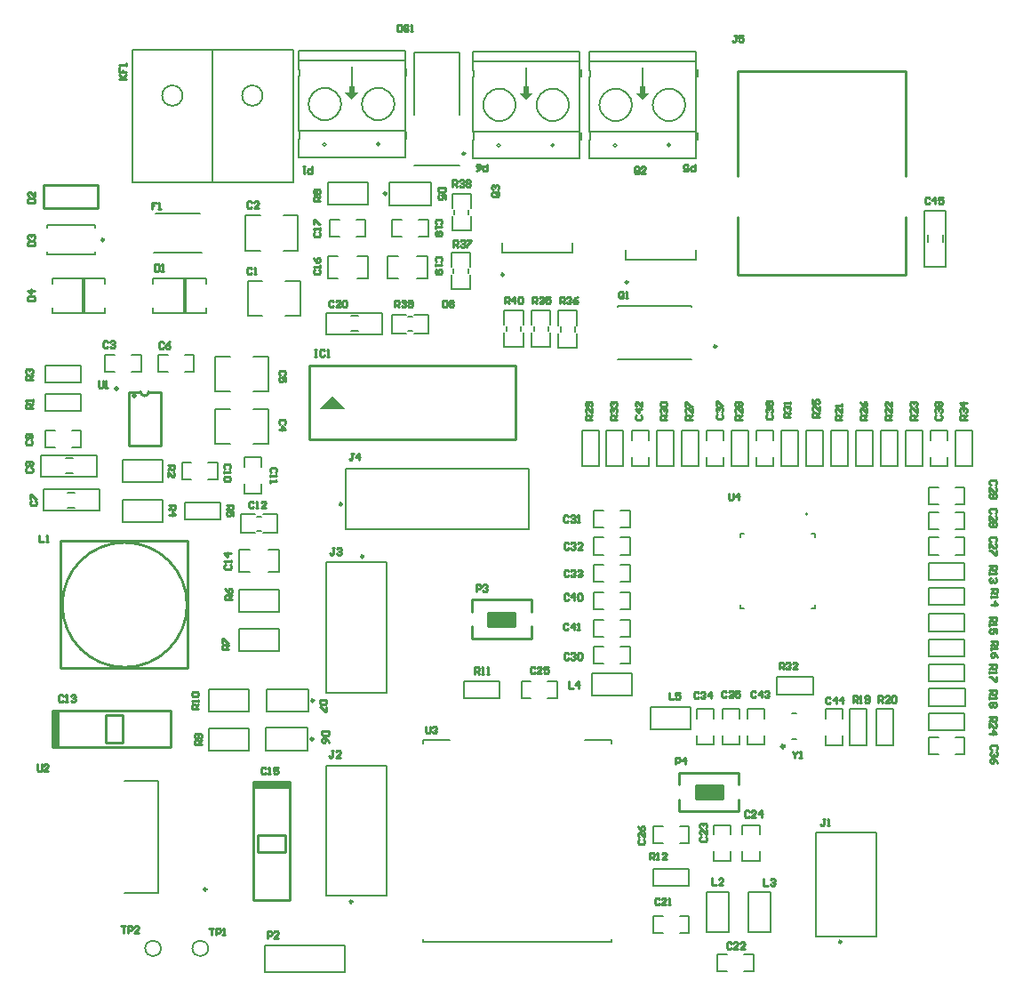
<source format=gto>
G04*
G04 #@! TF.GenerationSoftware,Altium Limited,Altium Designer,23.0.1 (38)*
G04*
G04 Layer_Color=65535*
%FSTAX44Y44*%
%MOMM*%
G71*
G04*
G04 #@! TF.SameCoordinates,F694FBC8-736E-493C-811D-9B4FADD6A984*
G04*
G04*
G04 #@! TF.FilePolarity,Positive*
G04*
G01*
G75*
%ADD10C,0.2000*%
%ADD11C,0.2500*%
%ADD12C,0.2032*%
%ADD13C,0.1778*%
%ADD14C,0.2540*%
%ADD15C,0.1500*%
%ADD16C,0.3000*%
%ADD17C,0.5000*%
%ADD18C,0.1270*%
%ADD19C,0.1780*%
%ADD20R,2.5400X1.2700*%
%ADD21R,0.3048X3.3274*%
G36*
X0028605Y0055211D02*
X0031145D01*
X0029875Y0056481D01*
X0028605Y0055211D01*
D02*
G37*
G36*
X003171Y00847322D02*
X0032345Y00853672D01*
X0031964D01*
Y00860022D01*
X0031456D01*
Y00853672D01*
X0031075D01*
X003171Y00847322D01*
D02*
G37*
G36*
X0048335Y00846572D02*
X004897Y00852922D01*
X0048589D01*
Y00859272D01*
X0048081D01*
Y00852922D01*
X00477D01*
X0048335Y00846572D01*
D02*
G37*
G36*
X00594129D02*
X00600479Y00852922D01*
X00596669D01*
Y00859272D01*
X00591589D01*
Y00852922D01*
X00587779D01*
X00594129Y00846572D01*
D02*
G37*
D10*
X00751751Y004525D02*
G03*
X00751751Y004525I-00001J0D01*
G01*
X0041224Y00701544D02*
X00430274D01*
X0041224Y00687712D02*
Y00701544D01*
X00430274Y00687712D02*
Y00701544D01*
Y00666544D02*
Y00679962D01*
X0041224Y00666544D02*
X00430274D01*
X0041224D02*
Y00679962D01*
X007595Y000505D02*
X00817D01*
Y001495D01*
X007595D02*
X00817D01*
X007595Y000505D02*
Y001495D01*
X00695199Y00054297D02*
X00716398D01*
X00695199Y00092497D02*
X00716398D01*
Y00054297D02*
Y00092497D01*
X00695199Y00054297D02*
Y00092497D01*
X00655098Y0009298D02*
X00676298D01*
X00655098Y00054781D02*
X00676298D01*
X00655098D02*
Y0009298D01*
X00676298Y00054781D02*
Y0009298D01*
X0086284Y0068808D02*
X00868174D01*
X0086284D02*
Y0074142D01*
X00880366Y00711194D02*
Y00718306D01*
X00865888Y00711194D02*
Y00718306D01*
X0086284Y0074142D02*
X0088316D01*
Y0068808D02*
Y0074142D01*
X00868174Y0068808D02*
X0088316D01*
X00108315Y00767996D02*
X00261867D01*
X00108315Y0089398D02*
X00261867D01*
X00184515Y00767996D02*
Y00893487D01*
X00261867Y00767996D02*
Y00886176D01*
Y0089398D01*
X00108315Y00767996D02*
Y0089398D01*
X00412848Y007225D02*
Y00735918D01*
Y007225D02*
X00430882D01*
Y00735918D01*
Y00743668D02*
Y007575D01*
X00412848Y00743668D02*
Y007575D01*
X00430882D01*
X003767Y0083251D02*
X0037671Y008325D01*
Y00784201D02*
X0041989D01*
X003767Y0083251D02*
Y008919D01*
X004199D01*
X0041989Y008325D02*
X004199Y008919D01*
X0052725Y00701732D02*
Y00710733D01*
X0046025Y00701732D02*
X0052725D01*
X0046025D02*
Y00710733D01*
X00578507Y006945D02*
Y007035D01*
Y006945D02*
X00645508D01*
Y007035D01*
X00312Y0043825D02*
Y0049575D01*
Y0043825D02*
X00486D01*
Y0049575D01*
X00312D02*
X00486D01*
X0029325Y002825D02*
X0035075D01*
Y004065D01*
X0029325D02*
X0035075D01*
X0029325Y002825D02*
Y004065D01*
X00393074Y00746578D02*
Y00768168D01*
X00353196D02*
X00393074D01*
X00353196Y00746578D02*
Y00768168D01*
Y00746578D02*
X00393074D01*
X00294235Y007681D02*
X00332434D01*
X00294235Y007469D02*
X00332434D01*
Y007681D01*
X00294235Y007469D02*
Y007681D01*
X00389568Y00677082D02*
Y00698282D01*
X00351368Y00677082D02*
Y00698282D01*
X00361468D01*
X00351368Y00677082D02*
X00361468D01*
X00379468D02*
X00389568D01*
X00379468Y00698282D02*
X00389568D01*
X00294235Y00677082D02*
X00304334D01*
X00294235Y00698282D02*
X00304334D01*
X00322335D02*
X00332434D01*
X00322335Y00677082D02*
X00332434D01*
Y00698282D01*
X00294235Y00677082D02*
Y00698282D01*
X00377082Y00624348D02*
X003905D01*
Y00642382D01*
X00377082D02*
X003905D01*
X003555D02*
X00369332D01*
X003555Y00624348D02*
X00369332D01*
X003555D02*
Y00642382D01*
X0029333Y0062384D02*
Y00638826D01*
Y0062384D02*
X0034667D01*
Y0064416D01*
X00316444Y00641112D02*
X00323556D01*
X00316444Y00626634D02*
X00323556D01*
X0029333Y0064416D02*
X0034667D01*
X0029333Y00638826D02*
Y0064416D01*
X00571Y0059935D02*
X00641D01*
X00571Y006497D02*
Y0065015D01*
Y0059935D02*
Y005998D01*
Y0065015D02*
X00641D01*
Y006497D02*
Y0065015D01*
Y0059935D02*
Y005998D01*
X00514098Y00611D02*
Y00624418D01*
Y00611D02*
X00532132D01*
Y00624418D01*
Y00632168D02*
Y00646D01*
X00514098Y00632168D02*
Y00646D01*
X00532132D01*
X00506652Y00632837D02*
Y00646256D01*
X00488618D02*
X00506652D01*
X00488618Y00632837D02*
Y00646256D01*
Y00611256D02*
Y00625087D01*
X00506652Y00611256D02*
Y00625087D01*
X00488618Y00611256D02*
X00506652D01*
X001809Y0022759D02*
X002191D01*
X001809Y0024879D02*
X002191D01*
X001809Y0022759D02*
Y0024879D01*
X002191Y0022759D02*
Y0024879D01*
Y0026459D02*
Y0028579D01*
X001809Y0026459D02*
Y0028579D01*
X002191D01*
X001809Y0026459D02*
X002191D01*
X00235935Y00285858D02*
X00275812D01*
Y00264268D02*
Y00285858D01*
X00235935Y00264268D02*
X00275812D01*
X00235935D02*
Y00285858D01*
X00209646Y003224D02*
X00247846D01*
X00209646Y003436D02*
X00247846D01*
X00209646Y003224D02*
Y003436D01*
X00247846Y003224D02*
Y003436D01*
X002099Y003806D02*
X002481D01*
X002099Y003594D02*
X002481D01*
Y003806D01*
X002099Y003594D02*
Y003806D01*
Y003974D02*
Y004186D01*
X002481Y003974D02*
Y004186D01*
X00238Y003974D02*
X002481D01*
X00238Y004186D02*
X002481D01*
X002099D02*
X0022D01*
X002099Y003974D02*
X0022D01*
X00246399Y0043447D02*
Y0045225D01*
X00211347Y0043447D02*
Y0045225D01*
X00232954Y0043447D02*
X00246399D01*
X00211347D02*
X00225205D01*
X00211347Y0045225D02*
X00225205D01*
X00232954D02*
X00246399D01*
X000989Y0050395D02*
X001371D01*
X000989Y0048275D02*
X001371D01*
Y0050395D01*
X000989Y0048275D02*
Y0050395D01*
Y0044509D02*
X001371D01*
X000989Y0046629D02*
X001371D01*
X000989Y0044509D02*
Y0046629D01*
X001371Y0044509D02*
Y0046629D01*
X00187343Y0051925D02*
X00201443D01*
X00187343Y0055245D02*
X00201443D01*
X00187343Y0051925D02*
Y0055245D01*
X00237543Y0051925D02*
Y0055245D01*
X00223443D02*
X00237543D01*
X00223443Y0051925D02*
X00237543D01*
X00223571Y0056925D02*
X00237671D01*
X00223571Y0060245D02*
X00237671D01*
Y0056925D02*
Y0060245D01*
X00187471Y0056925D02*
Y0060245D01*
X00201571D01*
X00187471Y0056925D02*
X00201571D01*
X00254252Y0064126D02*
X00268351D01*
X00254252Y0067446D02*
X00268351D01*
Y0064126D02*
Y0067446D01*
X00218152Y0064126D02*
Y0067446D01*
X00232251D01*
X00218152Y0064126D02*
X00232251D01*
X002159Y007034D02*
X0023D01*
X002159Y007366D02*
X0023D01*
X002159Y007034D02*
Y007366D01*
X002661Y007034D02*
Y007366D01*
X00252001D02*
X002661D01*
X00252001Y007034D02*
X002661D01*
X00178672Y00671536D02*
Y0067687D01*
X00128126D02*
X00178672D01*
X00128126Y00671536D02*
Y0067687D01*
Y00644104D02*
Y0064893D01*
Y00644104D02*
X00178672D01*
Y00648676D01*
X000275Y006995D02*
X000725D01*
X000275Y007275D02*
X000725D01*
Y006995D02*
Y0070225D01*
X000275Y006995D02*
Y0070225D01*
X000725Y0072475D02*
Y007275D01*
X000275Y0072475D02*
Y007275D01*
X00082384Y00644104D02*
Y00648676D01*
X00031838Y00644104D02*
X00082384D01*
X00031838D02*
Y0064893D01*
Y00671536D02*
Y0067687D01*
X00082384D01*
Y00671536D02*
Y0067687D01*
X00021382Y0048819D02*
Y00503176D01*
Y0048819D02*
X00074722D01*
Y0050851D01*
X00044496Y00505462D02*
X00051608D01*
X00044496Y00490984D02*
X00051608D01*
X00021382Y0050851D02*
X00074722D01*
X00021382Y00503176D02*
Y0050851D01*
X0002333Y00455691D02*
Y00470677D01*
Y00455691D02*
X0007667D01*
Y00476011D01*
X00046444Y00472963D02*
X00053556D01*
X00046444Y00458485D02*
X00053556D01*
X0002333Y00476011D02*
X0007667D01*
X0002333Y00470677D02*
Y00476011D01*
X00101133Y0019834D02*
X0013326D01*
Y0009166D02*
Y0019834D01*
X00101133Y0009166D02*
X0013326D01*
X002349Y000163D02*
Y000417D01*
X003111D01*
Y000163D02*
Y000417D01*
X002349Y000163D02*
X003111D01*
X002349D02*
Y000417D01*
X0029325Y00213D02*
X0035075D01*
X0029325Y00089D02*
Y00213D01*
Y00089D02*
X0035075D01*
Y00213D01*
X0060188Y00247748D02*
X00640079D01*
X0060188Y00268948D02*
X00640079D01*
X0060188Y00247748D02*
Y00268948D01*
X00640079Y00247748D02*
Y00268948D01*
X00545892Y00279407D02*
Y00300607D01*
X00584091Y00279407D02*
Y00300607D01*
X00545892Y00279407D02*
X00584091D01*
X00545892Y00300607D02*
X00584091D01*
X00462568Y00611256D02*
X00480602D01*
Y00625087D01*
X00462568Y00611256D02*
Y00625087D01*
Y00632837D02*
Y00646256D01*
X00480602D01*
Y00632837D02*
Y00646256D01*
X00235434Y00249112D02*
X00275312D01*
Y00227522D02*
Y00249112D01*
X00235434Y00227522D02*
X00275312D01*
X00235434D02*
Y00249112D01*
D11*
X0078375Y0004525D02*
G03*
X0078375Y0004525I-0000125J0D01*
G01*
X0042525Y007956D02*
G03*
X0042525Y007956I-0000125J0D01*
G01*
X004622Y00680232D02*
G03*
X004622Y00680232I-0000125J0D01*
G01*
X00580457Y00673D02*
G03*
X00580457Y00673I-0000125J0D01*
G01*
X00308Y0046175D02*
G03*
X00308Y0046175I-0000125J0D01*
G01*
X003285Y00412D02*
G03*
X003285Y00412I-0000125J0D01*
G01*
X0066475Y0061205D02*
G03*
X0066475Y0061205I-0000125J0D01*
G01*
X0008125Y007135D02*
G03*
X0008125Y007135I-0000125J0D01*
G01*
X00178932Y0009516D02*
G03*
X00178932Y0009516I-0000125J0D01*
G01*
X00318Y000835D02*
G03*
X00318Y000835I-0000125J0D01*
G01*
X00685Y0077375D02*
Y008742D01*
X00685001D02*
X00845D01*
Y00680201D02*
Y0073525D01*
X00685001Y006802D02*
X00845D01*
X00685D02*
Y0073525D01*
X00845Y0077375D02*
Y008742D01*
D12*
X00156087Y008508D02*
G03*
X00156087Y008508I-00009672J0D01*
G01*
X00232287D02*
G03*
X00232287Y008508I-00009672J0D01*
G01*
D13*
X00332637Y00831008D02*
G03*
X00332312Y00831289I00009863J00011742D01*
G01*
X00292818Y00804142D02*
G03*
X00292818Y00804142I-00001626J0D01*
G01*
X00344126Y00804396D02*
G03*
X00344126Y00804396I-00001626J0D01*
G01*
X00281859Y00830989D02*
G03*
X00281512Y00831289I00009841J00011761D01*
G01*
X00609665Y00830258D02*
G03*
X00609341Y00830538I00009863J00011742D01*
G01*
X00569847Y00803392D02*
G03*
X00569847Y00803392I-00001626J0D01*
G01*
X00621155Y00803646D02*
G03*
X00621155Y00803646I-00001626J0D01*
G01*
X00558888Y00830239D02*
G03*
X00558541Y00830538I00009841J00011761D01*
G01*
X00448109Y00830239D02*
G03*
X00447762Y00830538I00009841J00011761D01*
G01*
X00510376Y00803646D02*
G03*
X00510376Y00803646I-00001626J0D01*
G01*
X00459068Y00803392D02*
G03*
X00459068Y00803392I-00001626J0D01*
G01*
X00498887Y00830258D02*
G03*
X00498562Y00830538I00009863J00011742D01*
G01*
X00428142Y00681716D02*
Y00686288D01*
X00414426Y00681716D02*
Y00686288D01*
X00415034Y00737672D02*
Y00742244D01*
X0042875Y00737672D02*
Y00742244D01*
X002663Y0089355D02*
X003679D01*
X00369424Y0086942D02*
Y00876278D01*
X002663Y0081735D02*
X00367392D01*
X003679Y0083005D02*
Y0089355D01*
X002663Y0079195D02*
X003679D01*
Y0083005D01*
X00369424Y00809984D02*
Y00816334D01*
X003171Y00850624D02*
Y00878564D01*
X002663Y00884406D02*
X003679D01*
X0026757Y00809476D02*
Y00816334D01*
X002663Y00809476D02*
X0026757D01*
X002663Y0079195D02*
Y00809476D01*
X0026757Y0086942D02*
Y0087577D01*
X00543329Y008928D02*
X00644929D01*
X00646453Y0086867D02*
Y00875528D01*
X00543329Y008166D02*
X00644421D01*
X00644929Y008293D02*
Y008928D01*
X00543329Y007912D02*
X00644929D01*
Y008293D01*
X00646453Y00809234D02*
Y00815584D01*
X00594129Y00849874D02*
Y00877814D01*
X00543329Y00883656D02*
X00644929D01*
X00544599Y00808726D02*
Y00815584D01*
X00543329Y00808726D02*
X00544599D01*
X00543329Y007912D02*
Y00808726D01*
X00544599Y0086867D02*
Y0087502D01*
X0043382Y0086867D02*
Y0087502D01*
X0043255Y007912D02*
Y00808726D01*
X0043382D01*
Y00815584D01*
X0043255Y00883656D02*
X0053415D01*
X0048335Y00849874D02*
Y00877814D01*
X00535674Y00809234D02*
Y00815584D01*
X0053415Y007912D02*
Y008293D01*
X0043255Y007912D02*
X0053415D01*
Y008293D02*
Y008928D01*
X0043255Y008166D02*
X00533642D01*
X00535674Y0086867D02*
Y00875528D01*
X0043255Y008928D02*
X0053415D01*
X00370756Y00626534D02*
X00375328D01*
X00370756Y0064025D02*
X00375328D01*
X00516284Y00626172D02*
Y00630745D01*
X0053Y00626172D02*
Y00630745D01*
X00504466Y00626511D02*
Y00631083D01*
X0049075Y00626511D02*
Y00631083D01*
X00226629Y00436468D02*
X00231201D01*
X00226629Y00450184D02*
X00231201D01*
X004647Y00626511D02*
Y00631083D01*
X00478416Y00626511D02*
Y00631083D01*
D14*
X003505Y007575D02*
G03*
X003505Y007575I-00001368J0D01*
G01*
X00281244Y00274936D02*
G03*
X00281244Y00274936I-00001368J0D01*
G01*
X00116261Y0056875D02*
G03*
X00123881Y0056875I0000381J0D01*
G01*
X00160414Y00366D02*
G03*
X00160414Y00366I-00059414J0D01*
G01*
X00280744Y0023819D02*
G03*
X00280744Y0023819I-00001368J0D01*
G01*
X00629314Y00194992D02*
Y00206422D01*
Y00169338D02*
Y00180768D01*
Y00169338D02*
X00685703D01*
X00629314Y00206422D02*
X00685703D01*
X00644809Y0019423D02*
X00670209D01*
Y0018153D02*
Y0019423D01*
X00644809Y0018153D02*
X00670209D01*
X00644809D02*
Y0019423D01*
X00685703Y00194992D02*
Y00206422D01*
Y00169338D02*
Y00180768D01*
X00276652Y00523154D02*
Y0059148D01*
Y00523154D02*
X00472994D01*
X00276652Y0059402D02*
X00472994D01*
X00276652Y0059148D02*
Y0059402D01*
X00472994Y00523154D02*
Y0059402D01*
X00488194Y0033395D02*
Y0034538D01*
Y00359604D02*
Y00371034D01*
X004473Y00346142D02*
Y00358842D01*
Y00346142D02*
X004727D01*
Y00358842D01*
X004473D02*
X004727D01*
X00431806Y00371034D02*
X00488194D01*
X00431806Y0033395D02*
X00488194D01*
X00431806D02*
Y0034538D01*
Y00359604D02*
Y00371034D01*
X00104831Y0051795D02*
Y0056875D01*
Y0051795D02*
X00135311D01*
Y0056875D01*
X00123881D02*
X00135311D01*
X00104831D02*
X00116261D01*
X00075097Y00744332D02*
Y00765922D01*
X00023789D02*
X00040807D01*
X00023789Y00743824D02*
X00075097D01*
X00023789D02*
Y00765922D01*
X00040807D02*
X00075097D01*
X00161Y00306D02*
Y00427D01*
X00069D02*
X00161D01*
X0004D02*
X00069D01*
X0004Y00306D02*
Y00427D01*
Y00306D02*
X00161D01*
X00082618Y00234792D02*
Y002607D01*
Y00234792D02*
X00099128D01*
Y002607D01*
X00082618D02*
X00099128D01*
X00035374Y002655D02*
X00144848D01*
Y002305D02*
Y002655D01*
X00035374Y002305D02*
X00144848D01*
X00037152D02*
Y002655D01*
X00034866Y002305D02*
Y002655D01*
X00032326Y002305D02*
Y002655D01*
Y00265526D02*
X00035374D01*
X00032326Y00230474D02*
X00036136D01*
X00223474Y00193364D02*
Y00197174D01*
X00258526Y00194126D02*
Y00197174D01*
X002235D02*
X002585D01*
X002235Y00194634D02*
X002585D01*
X002235Y00192348D02*
X002585D01*
X002235Y00084652D02*
Y00194126D01*
Y00084652D02*
X002585D01*
Y00194126D01*
X002537Y00130372D02*
Y00146882D01*
X00227792Y00130372D02*
X002537D01*
X00227792D02*
Y00146882D01*
X002537D01*
X00683942Y00908174D02*
X00681826D01*
X00682884D01*
Y00902884D01*
X00681826Y00901826D01*
X00680768D01*
X0067971Y00902884D01*
X0069029Y00908174D02*
X00686058D01*
Y00905D01*
X00688174Y00906058D01*
X00689232D01*
X0069029Y00905D01*
Y00902884D01*
X00689232Y00901826D01*
X00687116D01*
X00686058Y00902884D01*
X0067616Y00472174D02*
Y00466884D01*
X00677218Y00465826D01*
X00679334D01*
X00680392Y00466884D01*
Y00472174D01*
X00685682Y00465826D02*
Y00472174D01*
X00682508Y00469D01*
X0068674D01*
X0044629Y00785574D02*
Y00779226D01*
X00443116D01*
X00442058Y00780284D01*
Y007824D01*
X00443116Y00783458D01*
X0044629D01*
X0043571Y00779226D02*
X00437826Y00780284D01*
X00439942Y007824D01*
Y00784516D01*
X00438884Y00785574D01*
X00436768D01*
X0043571Y00784516D01*
Y00783458D01*
X00436768Y007824D01*
X00439942D01*
X00360594Y00918174D02*
Y00911826D01*
X00363768D01*
X00364826Y00912884D01*
Y00917116D01*
X00363768Y00918174D01*
X00360594D01*
X00371174Y00917116D02*
X00370116Y00918174D01*
X00368D01*
X00366942Y00917116D01*
Y00916058D01*
X00368Y00915D01*
X00370116D01*
X00371174Y00913942D01*
Y00912884D01*
X00370116Y00911826D01*
X00368D01*
X00366942Y00912884D01*
X0037329Y00911826D02*
X00375406D01*
X00374348D01*
Y00918174D01*
X0037329Y00917116D01*
X00737301Y002266D02*
Y00225543D01*
X00739417Y00223427D01*
X00741533Y00225543D01*
Y002266D01*
X00739417Y00223427D02*
Y00220253D01*
X00743649D02*
X00745765D01*
X00744707D01*
Y002266D01*
X00743649Y00225543D01*
X0038771Y00250174D02*
Y00244884D01*
X00388768Y00243826D01*
X00390884D01*
X00391942Y00244884D01*
Y00250174D01*
X00394058Y00249116D02*
X00395116Y00250174D01*
X00397232D01*
X0039829Y00249116D01*
Y00248058D01*
X00397232Y00247D01*
X00396174D01*
X00397232D01*
X0039829Y00245942D01*
Y00244884D01*
X00397232Y00243826D01*
X00395116D01*
X00394058Y00244884D01*
X0001771Y00214174D02*
Y00208884D01*
X00018768Y00207826D01*
X00020884D01*
X00021942Y00208884D01*
Y00214174D01*
X0002829Y00207826D02*
X00024058D01*
X0002829Y00212058D01*
Y00213116D01*
X00027232Y00214174D01*
X00025116D01*
X00024058Y00213116D01*
X0007584Y00579024D02*
Y00573734D01*
X00076898Y00572676D01*
X00079014D01*
X00080071Y00573734D01*
Y00579024D01*
X00082188Y00572676D02*
X00084303D01*
X00083245D01*
Y00579024D01*
X00082188Y00577966D01*
X00097536Y00060174D02*
X00101768D01*
X00099652D01*
Y00053826D01*
X00103884D02*
Y00060174D01*
X00107058D01*
X00108116Y00059116D01*
Y00057D01*
X00107058Y00055942D01*
X00103884D01*
X00114464Y00053826D02*
X00110232D01*
X00114464Y00058058D01*
Y00059116D01*
X00113406Y00060174D01*
X0011129D01*
X00110232Y00059116D01*
X00181526Y00058174D02*
X00185758D01*
X00183641D01*
Y00051826D01*
X00187873D02*
Y00058174D01*
X00191047D01*
X00192106Y00057116D01*
Y00055D01*
X00191047Y00053942D01*
X00187873D01*
X00194221Y00051826D02*
X00196337D01*
X00195279D01*
Y00058174D01*
X00194221Y00057116D01*
X00463094Y00652826D02*
Y00659174D01*
X00466268D01*
X00467326Y00658116D01*
Y00656D01*
X00466268Y00654942D01*
X00463094D01*
X0046521D02*
X00467326Y00652826D01*
X00472616D02*
Y00659174D01*
X00469442Y00656D01*
X00473674D01*
X0047579Y00658116D02*
X00476848Y00659174D01*
X00478964D01*
X00480022Y00658116D01*
Y00653884D01*
X00478964Y00652826D01*
X00476848D01*
X0047579Y00653884D01*
Y00658116D01*
X00413428Y00764144D02*
Y00770492D01*
X00416602D01*
X0041766Y00769434D01*
Y00767318D01*
X00416602Y0076626D01*
X00413428D01*
X00415544D02*
X0041766Y00764144D01*
X00419776Y00769434D02*
X00420834Y00770492D01*
X0042295D01*
X00424008Y00769434D01*
Y00768376D01*
X0042295Y00767318D01*
X00421892D01*
X0042295D01*
X00424008Y0076626D01*
Y00765202D01*
X0042295Y00764144D01*
X00420834D01*
X00419776Y00765202D01*
X00426124Y00769434D02*
X00427182Y00770492D01*
X00429298D01*
X00430356Y00769434D01*
Y00768376D01*
X00429298Y00767318D01*
X00430356Y0076626D01*
Y00765202D01*
X00429298Y00764144D01*
X00427182D01*
X00426124Y00765202D01*
Y0076626D01*
X00427182Y00767318D01*
X00426124Y00768376D01*
Y00769434D01*
X00427182Y00767318D02*
X00429298D01*
X00358194Y00649576D02*
Y00655924D01*
X00361368D01*
X00362426Y00654866D01*
Y0065275D01*
X00361368Y00651692D01*
X00358194D01*
X0036031D02*
X00362426Y00649576D01*
X00364542Y00654866D02*
X003656Y00655924D01*
X00367716D01*
X00368774Y00654866D01*
Y00653808D01*
X00367716Y0065275D01*
X00366658D01*
X00367716D01*
X00368774Y00651692D01*
Y00650634D01*
X00367716Y00649576D01*
X003656D01*
X00364542Y00650634D01*
X0037089D02*
X00371948Y00649576D01*
X00374064D01*
X00375122Y00650634D01*
Y00654866D01*
X00374064Y00655924D01*
X00371948D01*
X0037089Y00654866D01*
Y00653808D01*
X00371948Y0065275D01*
X00375122D01*
X00414428Y0070684D02*
Y00713188D01*
X00417602D01*
X0041866Y0071213D01*
Y00710014D01*
X00417602Y00708956D01*
X00414428D01*
X00416544D02*
X0041866Y0070684D01*
X00420776Y0071213D02*
X00421834Y00713188D01*
X0042395D01*
X00425008Y0071213D01*
Y00711072D01*
X0042395Y00710014D01*
X00422892D01*
X0042395D01*
X00425008Y00708956D01*
Y00707898D01*
X0042395Y0070684D01*
X00421834D01*
X00420776Y00707898D01*
X00427124Y00713188D02*
X00431356D01*
Y0071213D01*
X00427124Y00707898D01*
Y0070684D01*
X00515536Y00652826D02*
Y00659174D01*
X0051871D01*
X00519768Y00658116D01*
Y00656D01*
X0051871Y00654942D01*
X00515536D01*
X00517652D02*
X00519768Y00652826D01*
X00521884Y00658116D02*
X00522942Y00659174D01*
X00525058D01*
X00526116Y00658116D01*
Y00657058D01*
X00525058Y00656D01*
X00524D01*
X00525058D01*
X00526116Y00654942D01*
Y00653884D01*
X00525058Y00652826D01*
X00522942D01*
X00521884Y00653884D01*
X00532464Y00659174D02*
X00530348Y00658116D01*
X00528232Y00656D01*
Y00653884D01*
X0052929Y00652826D01*
X00531406D01*
X00532464Y00653884D01*
Y00654942D01*
X00531406Y00656D01*
X00528232D01*
X00489536Y00652826D02*
Y00659174D01*
X0049271D01*
X00493768Y00658116D01*
Y00656D01*
X0049271Y00654942D01*
X00489536D01*
X00491652D02*
X00493768Y00652826D01*
X00495884Y00658116D02*
X00496942Y00659174D01*
X00499058D01*
X00500116Y00658116D01*
Y00657058D01*
X00499058Y00656D01*
X00498D01*
X00499058D01*
X00500116Y00654942D01*
Y00653884D01*
X00499058Y00652826D01*
X00496942D01*
X00495884Y00653884D01*
X00506464Y00659174D02*
X00502232D01*
Y00656D01*
X00504348Y00657058D01*
X00505406D01*
X00506464Y00656D01*
Y00653884D01*
X00505406Y00652826D01*
X0050329D01*
X00502232Y00653884D01*
X00903174Y00542536D02*
X00896826D01*
Y0054571D01*
X00897884Y00546768D01*
X009D01*
X00901058Y0054571D01*
Y00542536D01*
Y00544652D02*
X00903174Y00546768D01*
X00897884Y00548884D02*
X00896826Y00549942D01*
Y00552058D01*
X00897884Y00553116D01*
X00898942D01*
X009Y00552058D01*
Y00551D01*
Y00552058D01*
X00901058Y00553116D01*
X00902116D01*
X00903174Y00552058D01*
Y00549942D01*
X00902116Y00548884D01*
X00903174Y00558406D02*
X00896826D01*
X009Y00555232D01*
Y00559464D01*
X00569974Y00542536D02*
X00563626D01*
Y0054571D01*
X00564684Y00546768D01*
X005668D01*
X00567858Y0054571D01*
Y00542536D01*
Y00544652D02*
X00569974Y00546768D01*
X00564684Y00548884D02*
X00563626Y00549942D01*
Y00552058D01*
X00564684Y00553116D01*
X00565742D01*
X005668Y00552058D01*
Y00551D01*
Y00552058D01*
X00567858Y00553116D01*
X00568916D01*
X00569974Y00552058D01*
Y00549942D01*
X00568916Y00548884D01*
X00564684Y00555232D02*
X00563626Y0055629D01*
Y00558406D01*
X00564684Y00559464D01*
X00565742D01*
X005668Y00558406D01*
Y00557348D01*
Y00558406D01*
X00567858Y00559464D01*
X00568916D01*
X00569974Y00558406D01*
Y0055629D01*
X00568916Y00555232D01*
X00724536Y00304826D02*
Y00311174D01*
X0072771D01*
X00728768Y00310116D01*
Y00308D01*
X0072771Y00306942D01*
X00724536D01*
X00726652D02*
X00728768Y00304826D01*
X00730884Y00310116D02*
X00731942Y00311174D01*
X00734058D01*
X00735116Y00310116D01*
Y00309058D01*
X00734058Y00308D01*
X00733D01*
X00734058D01*
X00735116Y00306942D01*
Y00305884D01*
X00734058Y00304826D01*
X00731942D01*
X00730884Y00305884D01*
X00741464Y00304826D02*
X00737232D01*
X00741464Y00309058D01*
Y00310116D01*
X00740406Y00311174D01*
X0073829D01*
X00737232Y00310116D01*
X0073514Y00544344D02*
X00728792D01*
Y00547518D01*
X0072985Y00548576D01*
X00731966D01*
X00733024Y00547518D01*
Y00544344D01*
Y0054646D02*
X0073514Y00548576D01*
X0072985Y00550692D02*
X00728792Y0055175D01*
Y00553866D01*
X0072985Y00554924D01*
X00730908D01*
X00731966Y00553866D01*
Y00552808D01*
Y00553866D01*
X00733024Y00554924D01*
X00734082D01*
X0073514Y00553866D01*
Y0055175D01*
X00734082Y00550692D01*
X0073514Y0055704D02*
Y00559156D01*
Y00558098D01*
X00728792D01*
X0072985Y0055704D01*
X00617574Y00542536D02*
X00611226D01*
Y0054571D01*
X00612284Y00546768D01*
X006144D01*
X00615458Y0054571D01*
Y00542536D01*
Y00544652D02*
X00617574Y00546768D01*
X00612284Y00548884D02*
X00611226Y00549942D01*
Y00552058D01*
X00612284Y00553116D01*
X00613342D01*
X006144Y00552058D01*
Y00551D01*
Y00552058D01*
X00615458Y00553116D01*
X00616516D01*
X00617574Y00552058D01*
Y00549942D01*
X00616516Y00548884D01*
X00612284Y00555232D02*
X00611226Y0055629D01*
Y00558406D01*
X00612284Y00559464D01*
X00616516D01*
X00617574Y00558406D01*
Y0055629D01*
X00616516Y00555232D01*
X00612284D01*
X00546174Y00542536D02*
X00539826D01*
Y0054571D01*
X00540884Y00546768D01*
X00543D01*
X00544058Y0054571D01*
Y00542536D01*
Y00544652D02*
X00546174Y00546768D01*
Y00553116D02*
Y00548884D01*
X00541942Y00553116D01*
X00540884D01*
X00539826Y00552058D01*
Y00549942D01*
X00540884Y00548884D01*
X00545116Y00555232D02*
X00546174Y0055629D01*
Y00558406D01*
X00545116Y00559464D01*
X00540884D01*
X00539826Y00558406D01*
Y0055629D01*
X00540884Y00555232D01*
X00541942D01*
X00543Y0055629D01*
Y00559464D01*
X00688974Y00542536D02*
X00682626D01*
Y0054571D01*
X00683684Y00546768D01*
X006858D01*
X00686858Y0054571D01*
Y00542536D01*
Y00544652D02*
X00688974Y00546768D01*
Y00553116D02*
Y00548884D01*
X00684742Y00553116D01*
X00683684D01*
X00682626Y00552058D01*
Y00549942D01*
X00683684Y00548884D01*
Y00555232D02*
X00682626Y0055629D01*
Y00558406D01*
X00683684Y00559464D01*
X00684742D01*
X006858Y00558406D01*
X00686858Y00559464D01*
X00687916D01*
X00688974Y00558406D01*
Y0055629D01*
X00687916Y00555232D01*
X00686858D01*
X006858Y0055629D01*
X00684742Y00555232D01*
X00683684D01*
X006858Y0055629D02*
Y00558406D01*
X00641374Y00542536D02*
X00635026D01*
Y0054571D01*
X00636084Y00546768D01*
X006382D01*
X00639258Y0054571D01*
Y00542536D01*
Y00544652D02*
X00641374Y00546768D01*
Y00553116D02*
Y00548884D01*
X00637142Y00553116D01*
X00636084D01*
X00635026Y00552058D01*
Y00549942D01*
X00636084Y00548884D01*
X00635026Y00555232D02*
Y00559464D01*
X00636084D01*
X00640316Y00555232D01*
X00641374D01*
X00807974Y00542536D02*
X00801626D01*
Y0054571D01*
X00802684Y00546768D01*
X008048D01*
X00805858Y0054571D01*
Y00542536D01*
Y00544652D02*
X00807974Y00546768D01*
Y00553116D02*
Y00548884D01*
X00803742Y00553116D01*
X00802684D01*
X00801626Y00552058D01*
Y00549942D01*
X00802684Y00548884D01*
X00801626Y00559464D02*
X00802684Y00557348D01*
X008048Y00555232D01*
X00806916D01*
X00807974Y0055629D01*
Y00558406D01*
X00806916Y00559464D01*
X00805858D01*
X008048Y00558406D01*
Y00555232D01*
X00762632Y0054441D02*
X00756284D01*
Y00547584D01*
X00757342Y00548642D01*
X00759458D01*
X00760516Y00547584D01*
Y0054441D01*
Y00546526D02*
X00762632Y00548642D01*
Y0055499D02*
Y00550758D01*
X007584Y0055499D01*
X00757342D01*
X00756284Y00553932D01*
Y00551816D01*
X00757342Y00550758D01*
X00756284Y00561338D02*
Y00557106D01*
X00759458D01*
X007584Y00559222D01*
Y0056028D01*
X00759458Y00561338D01*
X00761574D01*
X00762632Y0056028D01*
Y00558164D01*
X00761574Y00557106D01*
X00924826Y00259465D02*
X00931174D01*
Y00256291D01*
X00930116Y00255233D01*
X00928D01*
X00926942Y00256291D01*
Y00259465D01*
Y00257349D02*
X00924826Y00255233D01*
Y00248885D02*
Y00253117D01*
X00929058Y00248885D01*
X00930116D01*
X00931174Y00249943D01*
Y00252059D01*
X00930116Y00253117D01*
X00924826Y00243595D02*
X00931174D01*
X00928Y00246769D01*
Y00242537D01*
X00855574Y00542536D02*
X00849226D01*
Y0054571D01*
X00850284Y00546768D01*
X008524D01*
X00853458Y0054571D01*
Y00542536D01*
Y00544652D02*
X00855574Y00546768D01*
Y00553116D02*
Y00548884D01*
X00851342Y00553116D01*
X00850284D01*
X00849226Y00552058D01*
Y00549942D01*
X00850284Y00548884D01*
Y00555232D02*
X00849226Y0055629D01*
Y00558406D01*
X00850284Y00559464D01*
X00851342D01*
X008524Y00558406D01*
Y00557348D01*
Y00558406D01*
X00853458Y00559464D01*
X00854516D01*
X00855574Y00558406D01*
Y0055629D01*
X00854516Y00555232D01*
X00831774Y00542536D02*
X00825426D01*
Y0054571D01*
X00826484Y00546768D01*
X008286D01*
X00829658Y0054571D01*
Y00542536D01*
Y00544652D02*
X00831774Y00546768D01*
Y00553116D02*
Y00548884D01*
X00827542Y00553116D01*
X00826484D01*
X00825426Y00552058D01*
Y00549942D01*
X00826484Y00548884D01*
X00831774Y00559464D02*
Y00555232D01*
X00827542Y00559464D01*
X00826484D01*
X00825426Y00558406D01*
Y0055629D01*
X00826484Y00555232D01*
X00784174Y00542324D02*
X00777826D01*
Y00545499D01*
X00778884Y00546557D01*
X00781D01*
X00782058Y00545499D01*
Y00542324D01*
Y0054444D02*
X00784174Y00546557D01*
Y00552904D02*
Y00548672D01*
X00779942Y00552904D01*
X00778884D01*
X00777826Y00551846D01*
Y0054973D01*
X00778884Y00548672D01*
X00784174Y0055502D02*
Y00557136D01*
Y00556078D01*
X00777826D01*
X00778884Y0055502D01*
X00819076Y00273126D02*
Y00279474D01*
X0082225D01*
X00823308Y00278416D01*
Y002763D01*
X0082225Y00275242D01*
X00819076D01*
X00821192D02*
X00823308Y00273126D01*
X00829656D02*
X00825424D01*
X00829656Y00277358D01*
Y00278416D01*
X00828598Y00279474D01*
X00826482D01*
X00825424Y00278416D01*
X00831772D02*
X0083283Y00279474D01*
X00834946D01*
X00836004Y00278416D01*
Y00274184D01*
X00834946Y00273126D01*
X0083283D01*
X00831772Y00274184D01*
Y00278416D01*
X00794605Y00273066D02*
Y00279414D01*
X00797779D01*
X00798837Y00278356D01*
Y0027624D01*
X00797779Y00275182D01*
X00794605D01*
X00796721D02*
X00798837Y00273066D01*
X00800953D02*
X00803069D01*
X00802011D01*
Y00279414D01*
X00800953Y00278356D01*
X00806243Y00274124D02*
X00807301Y00273066D01*
X00809417D01*
X00810475Y00274124D01*
Y00278356D01*
X00809417Y00279414D01*
X00807301D01*
X00806243Y00278356D01*
Y00277298D01*
X00807301Y0027624D01*
X00810475D01*
X00924826Y00284848D02*
X00931174D01*
Y00281674D01*
X00930116Y00280616D01*
X00928D01*
X00926942Y00281674D01*
Y00284848D01*
Y00282732D02*
X00924826Y00280616D01*
Y002785D02*
Y00276384D01*
Y00277442D01*
X00931174D01*
X00930116Y002785D01*
Y0027321D02*
X00931174Y00272152D01*
Y00270036D01*
X00930116Y00268978D01*
X00929058D01*
X00928Y00270036D01*
X00926942Y00268978D01*
X00925884D01*
X00924826Y00270036D01*
Y00272152D01*
X00925884Y0027321D01*
X00926942D01*
X00928Y00272152D01*
X00929058Y0027321D01*
X00930116D01*
X00928Y00272152D02*
Y00270036D01*
X00924826Y00308935D02*
X00931174D01*
Y00305761D01*
X00930116Y00304703D01*
X00928D01*
X00926942Y00305761D01*
Y00308935D01*
Y00306819D02*
X00924826Y00304703D01*
Y00302587D02*
Y00300471D01*
Y00301529D01*
X00931174D01*
X00930116Y00302587D01*
X00931174Y00297297D02*
Y00293065D01*
X00930116D01*
X00925884Y00297297D01*
X00924826D01*
X009261Y00331685D02*
X00932448D01*
Y00328511D01*
X0093139Y00327453D01*
X00929274D01*
X00928216Y00328511D01*
Y00331685D01*
Y00329569D02*
X009261Y00327453D01*
Y00325337D02*
Y00323221D01*
Y00324279D01*
X00932448D01*
X0093139Y00325337D01*
X00932448Y00315815D02*
X0093139Y00317931D01*
X00929274Y00320047D01*
X00927158D01*
X009261Y00318989D01*
Y00316873D01*
X00927158Y00315815D01*
X00928216D01*
X00929274Y00316873D01*
Y00320047D01*
X00924826Y00354491D02*
X00931174D01*
Y00351316D01*
X00930116Y00350258D01*
X00928D01*
X00926942Y00351316D01*
Y00354491D01*
Y00352374D02*
X00924826Y00350258D01*
Y00348143D02*
Y00346027D01*
Y00347085D01*
X00931174D01*
X00930116Y00348143D01*
X00931174Y00338621D02*
Y00342853D01*
X00928D01*
X00929058Y00340737D01*
Y00339679D01*
X00928Y00338621D01*
X00925884D01*
X00924826Y00339679D01*
Y00341795D01*
X00925884Y00342853D01*
X009261Y00380935D02*
X00932448D01*
Y00377761D01*
X0093139Y00376703D01*
X00929274D01*
X00928216Y00377761D01*
Y00380935D01*
Y00378819D02*
X009261Y00376703D01*
Y00374587D02*
Y00372471D01*
Y00373529D01*
X00932448D01*
X0093139Y00374587D01*
X009261Y00366123D02*
X00932448D01*
X00929274Y00369297D01*
Y00365065D01*
X00924826Y00403395D02*
X00931174D01*
Y00400221D01*
X00930116Y00399163D01*
X00928D01*
X00926942Y00400221D01*
Y00403395D01*
Y00401279D02*
X00924826Y00399163D01*
Y00397047D02*
Y00394931D01*
Y00395989D01*
X00931174D01*
X00930116Y00397047D01*
Y00391757D02*
X00931174Y00390699D01*
Y00388583D01*
X00930116Y00387525D01*
X00929058D01*
X00928Y00388583D01*
Y00389641D01*
Y00388583D01*
X00926942Y00387525D01*
X00925884D01*
X00924826Y00388583D01*
Y00390699D01*
X00925884Y00391757D01*
X00601065Y00123826D02*
Y00130174D01*
X00604239D01*
X00605297Y00129116D01*
Y00127D01*
X00604239Y00125942D01*
X00601065D01*
X00603181D02*
X00605297Y00123826D01*
X00607413D02*
X00609529D01*
X00608471D01*
Y00130174D01*
X00607413Y00129116D01*
X00616935Y00123826D02*
X00612703D01*
X00616935Y00128058D01*
Y00129116D01*
X00615877Y00130174D01*
X00613761D01*
X00612703Y00129116D01*
X0043439Y0030039D02*
Y00306738D01*
X00437564D01*
X00438622Y0030568D01*
Y00303564D01*
X00437564Y00302507D01*
X0043439D01*
X00436506D02*
X00438622Y0030039D01*
X00440738D02*
X00442854D01*
X00441796D01*
Y00306738D01*
X00440738Y0030568D01*
X00446028Y0030039D02*
X00448144D01*
X00447085D01*
Y00306738D01*
X00446028Y0030568D01*
X00171174Y00267255D02*
X00164826D01*
Y00270429D01*
X00165884Y00271487D01*
X00168D01*
X00169058Y00270429D01*
Y00267255D01*
Y00269371D02*
X00171174Y00271487D01*
Y00273603D02*
Y00275719D01*
Y00274661D01*
X00164826D01*
X00165884Y00273603D01*
Y00278893D02*
X00164826Y00279951D01*
Y00282067D01*
X00165884Y00283125D01*
X00170116D01*
X00171174Y00282067D01*
Y00279951D01*
X00170116Y00278893D01*
X00165884D01*
X00174174Y002329D02*
X00167826D01*
Y00236074D01*
X00168884Y00237132D01*
X00171D01*
X00172058Y00236074D01*
Y002329D01*
Y00235016D02*
X00174174Y00237132D01*
X00173116Y00239248D02*
X00174174Y00240306D01*
Y00242422D01*
X00173116Y0024348D01*
X00168884D01*
X00167826Y00242422D01*
Y00240306D01*
X00168884Y00239248D01*
X00169942D01*
X00171Y00240306D01*
Y0024348D01*
X00287174Y0075071D02*
X00280826D01*
Y00753884D01*
X00281884Y00754942D01*
X00284D01*
X00285058Y00753884D01*
Y0075071D01*
Y00752826D02*
X00287174Y00754942D01*
X00281884Y00757058D02*
X00280826Y00758116D01*
Y00760232D01*
X00281884Y0076129D01*
X00282942D01*
X00284Y00760232D01*
X00285058Y0076129D01*
X00286116D01*
X00287174Y00760232D01*
Y00758116D01*
X00286116Y00757058D01*
X00285058D01*
X00284Y00758116D01*
X00282942Y00757058D01*
X00281884D01*
X00284Y00758116D02*
Y00760232D01*
X00200174Y0032371D02*
X00193826D01*
Y00326884D01*
X00194884Y00327942D01*
X00197D01*
X00198058Y00326884D01*
Y0032371D01*
Y00325826D02*
X00200174Y00327942D01*
X00193826Y00330058D02*
Y0033429D01*
X00194884D01*
X00199116Y00330058D01*
X00200174D01*
X00203174Y00370958D02*
X00196826D01*
Y00374132D01*
X00197884Y0037519D01*
X002D01*
X00201058Y00374132D01*
Y00370958D01*
Y00373074D02*
X00203174Y0037519D01*
X00196826Y00381538D02*
X00197884Y00379422D01*
X002Y00377306D01*
X00202116D01*
X00203174Y00378364D01*
Y0038048D01*
X00202116Y00381538D01*
X00201058D01*
X002Y0038048D01*
Y00377306D01*
X00197768Y0046098D02*
X00204116D01*
Y00457806D01*
X00203058Y00456748D01*
X00200942D01*
X00199884Y00457806D01*
Y0046098D01*
Y00458864D02*
X00197768Y00456748D01*
X00204116Y004504D02*
Y00454632D01*
X00200942D01*
X00202001Y00452516D01*
Y00451458D01*
X00200942Y004504D01*
X00198827D01*
X00197768Y00451458D01*
Y00453574D01*
X00198827Y00454632D01*
X00143006Y0046098D02*
X00149354D01*
Y00457806D01*
X00148296Y00456748D01*
X0014618D01*
X00145122Y00457806D01*
Y0046098D01*
Y00458864D02*
X00143006Y00456748D01*
Y00451458D02*
X00149354D01*
X0014618Y00454632D01*
Y004504D01*
X00013174Y0057991D02*
X00006826D01*
Y00583084D01*
X00007884Y00584142D01*
X0001D01*
X00011058Y00583084D01*
Y0057991D01*
Y00582026D02*
X00013174Y00584142D01*
X00007884Y00586258D02*
X00006826Y00587316D01*
Y00589432D01*
X00007884Y0059049D01*
X00008942D01*
X0001Y00589432D01*
Y00588374D01*
Y00589432D01*
X00011058Y0059049D01*
X00012116D01*
X00013174Y00589432D01*
Y00587316D01*
X00012116Y00586258D01*
X00142103Y0049864D02*
X00148451D01*
Y00495466D01*
X00147393Y00494408D01*
X00145277D01*
X00144219Y00495466D01*
Y0049864D01*
Y00496524D02*
X00142103Y00494408D01*
Y0048806D02*
Y00492292D01*
X00146335Y0048806D01*
X00147393D01*
X00148451Y00489118D01*
Y00491234D01*
X00147393Y00492292D01*
X00013174Y00553068D02*
X00006826D01*
Y00556242D01*
X00007884Y005573D01*
X0001D01*
X00011058Y00556242D01*
Y00553068D01*
Y00555184D02*
X00013174Y005573D01*
Y00559416D02*
Y00561532D01*
Y00560474D01*
X00006826D01*
X00007884Y00559416D01*
X00456116Y00758942D02*
X00451884D01*
X00450826Y00757884D01*
Y00755768D01*
X00451884Y0075471D01*
X00456116D01*
X00457174Y00755768D01*
Y00757884D01*
X00455058Y00756826D02*
X00457174Y00758942D01*
Y00757884D02*
X00456116Y00758942D01*
X00451884Y00761058D02*
X00450826Y00762116D01*
Y00764232D01*
X00451884Y0076529D01*
X00452942D01*
X00454Y00764232D01*
Y00763174D01*
Y00764232D01*
X00455058Y0076529D01*
X00456116D01*
X00457174Y00764232D01*
Y00762116D01*
X00456116Y00761058D01*
X00590942Y00777884D02*
Y00782116D01*
X00589884Y00783174D01*
X00587768D01*
X0058671Y00782116D01*
Y00777884D01*
X00587768Y00776826D01*
X00589884D01*
X00588826Y00778942D02*
X00590942Y00776826D01*
X00589884D02*
X00590942Y00777884D01*
X0059729Y00776826D02*
X00593058D01*
X0059729Y00781058D01*
Y00782116D01*
X00596232Y00783174D01*
X00594116D01*
X00593058Y00782116D01*
X00576Y00659134D02*
Y00663366D01*
X00574942Y00664424D01*
X00572826D01*
X00571768Y00663366D01*
Y00659134D01*
X00572826Y00658076D01*
X00574942D01*
X00573884Y00660192D02*
X00576Y00658076D01*
X00574942D02*
X00576Y00659134D01*
X00578116Y00658076D02*
X00580232D01*
X00579174D01*
Y00664424D01*
X00578116Y00663366D01*
X0064429Y00785174D02*
Y00778826D01*
X00641116D01*
X00640058Y00779884D01*
Y00782D01*
X00641116Y00783058D01*
X0064429D01*
X0063371Y00778826D02*
X00637942D01*
Y00782D01*
X00635826Y00780942D01*
X00634768D01*
X0063371Y00782D01*
Y00784116D01*
X00634768Y00785174D01*
X00636884D01*
X00637942Y00784116D01*
X00625661Y00214508D02*
Y00220856D01*
X00628835D01*
X00629893Y00219798D01*
Y00217682D01*
X00628835Y00216624D01*
X00625661D01*
X00635183Y00214508D02*
Y00220856D01*
X00632009Y00217682D01*
X00636241D01*
X0043571Y00378826D02*
Y00385174D01*
X00438884D01*
X00439942Y00384116D01*
Y00382D01*
X00438884Y00380942D01*
X0043571D01*
X00442058Y00384116D02*
X00443116Y00385174D01*
X00445232D01*
X0044629Y00384116D01*
Y00383058D01*
X00445232Y00382D01*
X00444174D01*
X00445232D01*
X0044629Y00380942D01*
Y00379884D01*
X00445232Y00378826D01*
X00443116D01*
X00442058Y00379884D01*
X0023671Y00048826D02*
Y00055174D01*
X00239884D01*
X00240942Y00054116D01*
Y00052D01*
X00239884Y00050942D01*
X0023671D01*
X0024729Y00048826D02*
X00243058D01*
X0024729Y00053058D01*
Y00054116D01*
X00246232Y00055174D01*
X00244116D01*
X00243058Y00054116D01*
X00279232Y00783174D02*
Y00776826D01*
X00276058D01*
X00275Y00777884D01*
Y0078D01*
X00276058Y00781058D01*
X00279232D01*
X00272884Y00783174D02*
X00270768D01*
X00271826D01*
Y00776826D01*
X00272884Y00777884D01*
X006195Y00282581D02*
Y00276233D01*
X00623732D01*
X0063008Y00282581D02*
X00625848D01*
Y00279407D01*
X00627964Y00280465D01*
X00629022D01*
X0063008Y00279407D01*
Y00277291D01*
X00629022Y00276233D01*
X00626906D01*
X00625848Y00277291D01*
X00523814Y00293181D02*
Y00286833D01*
X00528046D01*
X00533336D02*
Y00293181D01*
X00530162Y00290007D01*
X00534394D01*
X0070971Y00105174D02*
Y00098826D01*
X00713942D01*
X00716058Y00104116D02*
X00717116Y00105174D01*
X00719232D01*
X0072029Y00104116D01*
Y00103058D01*
X00719232Y00102D01*
X00718174D01*
X00719232D01*
X0072029Y00100942D01*
Y00099884D01*
X00719232Y00098826D01*
X00717116D01*
X00716058Y00099884D01*
X00660408Y00105865D02*
Y00099517D01*
X00664641D01*
X00670988D02*
X00666756D01*
X00670988Y00103749D01*
Y00104807D01*
X0066993Y00105865D01*
X00667814D01*
X00666756Y00104807D01*
X00019768Y00432174D02*
Y00425826D01*
X00024D01*
X00026116D02*
X00028232D01*
X00027174D01*
Y00432174D01*
X00026116Y00431116D01*
X00095826Y00866594D02*
X00102174D01*
X00100058D01*
X00095826Y00870826D01*
X00099Y00867652D01*
X00102174Y00870826D01*
X00095826Y00877174D02*
Y00872942D01*
X00099D01*
Y00875058D01*
Y00872942D01*
X00102174D01*
Y0087929D02*
Y00881406D01*
Y00880348D01*
X00095826D01*
X00096884Y0087929D01*
X00318942Y00510174D02*
X00316826D01*
X00317884D01*
Y00504884D01*
X00316826Y00503826D01*
X00315768D01*
X0031471Y00504884D01*
X00324232Y00503826D02*
Y00510174D01*
X00321058Y00507D01*
X0032529D01*
X00300942Y00420174D02*
X00298826D01*
X00299884D01*
Y00414884D01*
X00298826Y00413826D01*
X00297768D01*
X0029671Y00414884D01*
X00303058Y00419116D02*
X00304116Y00420174D01*
X00306232D01*
X0030729Y00419116D01*
Y00418058D01*
X00306232Y00417D01*
X00305174D01*
X00306232D01*
X0030729Y00415942D01*
Y00414884D01*
X00306232Y00413826D01*
X00304116D01*
X00303058Y00414884D01*
X00299942Y00227174D02*
X00297826D01*
X00298884D01*
Y00221884D01*
X00297826Y00220826D01*
X00296768D01*
X0029571Y00221884D01*
X0030629Y00220826D02*
X00302058D01*
X0030629Y00225058D01*
Y00226116D01*
X00305232Y00227174D01*
X00303116D01*
X00302058Y00226116D01*
X00768Y00162174D02*
X00765884D01*
X00766942D01*
Y00156884D01*
X00765884Y00155826D01*
X00764826D01*
X00763768Y00156884D01*
X00770116Y00155826D02*
X00772232D01*
X00771174D01*
Y00162174D01*
X00770116Y00161116D01*
X00281773Y00609024D02*
X00283889D01*
X00282831D01*
Y00602676D01*
X00281773D01*
X00283889D01*
X00291295Y00607966D02*
X00290237Y00609024D01*
X00288121D01*
X00287063Y00607966D01*
Y00603734D01*
X00288121Y00602676D01*
X00290237D01*
X00291295Y00603734D01*
X00293411Y00602676D02*
X00295527D01*
X00294469D01*
Y00609024D01*
X00293411Y00607966D01*
X00131Y00749174D02*
X00126768D01*
Y00746D01*
X00128884D01*
X00126768D01*
Y00742826D01*
X00133116D02*
X00135232D01*
X00134174D01*
Y00749174D01*
X00133116Y00748116D01*
X0040371Y00655924D02*
Y00649576D01*
X00406884D01*
X00407942Y00650634D01*
Y00654866D01*
X00406884Y00655924D01*
X0040371D01*
X00410058Y00654866D02*
X00411116Y00655924D01*
X00413232D01*
X0041429Y00654866D01*
Y00653808D01*
X00413232Y0065275D01*
X0041429Y00651692D01*
Y00650634D01*
X00413232Y00649576D01*
X00411116D01*
X00410058Y00650634D01*
Y00651692D01*
X00411116Y0065275D01*
X00410058Y00653808D01*
Y00654866D01*
X00411116Y0065275D02*
X00413232D01*
X00293174Y0027529D02*
X00286826D01*
Y00272116D01*
X00287884Y00271058D01*
X00292116D01*
X00293174Y00272116D01*
Y0027529D01*
Y00268942D02*
Y0026471D01*
X00292116D01*
X00287884Y00268942D01*
X00286826D01*
X00295424Y0024548D02*
X00289076D01*
Y00242306D01*
X00290134Y00241248D01*
X00294366D01*
X00295424Y00242306D01*
Y0024548D01*
Y002349D02*
X00294366Y00237016D01*
X0029225Y00239132D01*
X00290134D01*
X00289076Y00238074D01*
Y00235958D01*
X00290134Y002349D01*
X00291192D01*
X0029225Y00235958D01*
Y00239132D01*
X00406174Y0076279D02*
X00399826D01*
Y00759616D01*
X00400884Y00758558D01*
X00405116D01*
X00406174Y00759616D01*
Y0076279D01*
Y0075221D02*
Y00756442D01*
X00403D01*
X00404058Y00754326D01*
Y00753268D01*
X00403Y0075221D01*
X00400884D01*
X00399826Y00753268D01*
Y00755384D01*
X00400884Y00756442D01*
X00008826Y0065571D02*
X00015174D01*
Y00658884D01*
X00014116Y00659942D01*
X00009884D01*
X00008826Y00658884D01*
Y0065571D01*
X00015174Y00665232D02*
X00008826D01*
X00012Y00662058D01*
Y0066629D01*
X00008826Y0070771D02*
X00015174D01*
Y00710884D01*
X00014116Y00711942D01*
X00009884D01*
X00008826Y00710884D01*
Y0070771D01*
X00009884Y00714058D02*
X00008826Y00715116D01*
Y00717232D01*
X00009884Y0071829D01*
X00010942D01*
X00012Y00717232D01*
Y00716174D01*
Y00717232D01*
X00013058Y0071829D01*
X00014116D01*
X00015174Y00717232D01*
Y00715116D01*
X00014116Y00714058D01*
X00008826Y0074871D02*
X00015174D01*
Y00751884D01*
X00014116Y00752942D01*
X00009884D01*
X00008826Y00751884D01*
Y0074871D01*
X00015174Y0075929D02*
Y00755058D01*
X00010942Y0075929D01*
X00009884D01*
X00008826Y00758232D01*
Y00756116D01*
X00009884Y00755058D01*
X00129478Y00690174D02*
Y00683826D01*
X00132652D01*
X0013371Y00684884D01*
Y00689116D01*
X00132652Y00690174D01*
X00129478D01*
X00135826Y00683826D02*
X00137942D01*
X00136884D01*
Y00690174D01*
X00135826Y00689116D01*
X00867768Y00753116D02*
X0086671Y00754174D01*
X00864594D01*
X00863536Y00753116D01*
Y00748884D01*
X00864594Y00747826D01*
X0086671D01*
X00867768Y00748884D01*
X00873058Y00747826D02*
Y00754174D01*
X00869884Y00751D01*
X00874116D01*
X00880464Y00754174D02*
X00876232D01*
Y00751D01*
X00878348Y00752058D01*
X00879406D01*
X00880464Y00751D01*
Y00748884D01*
X00879406Y00747826D01*
X0087729D01*
X00876232Y00748884D01*
X00773308Y00277366D02*
X0077225Y00278424D01*
X00770134D01*
X00769076Y00277366D01*
Y00273134D01*
X00770134Y00272076D01*
X0077225D01*
X00773308Y00273134D01*
X00778598Y00272076D02*
Y00278424D01*
X00775424Y0027525D01*
X00779656D01*
X00784946Y00272076D02*
Y00278424D01*
X00781772Y0027525D01*
X00786004D01*
X00702225Y00283016D02*
X00701167Y00284074D01*
X00699051D01*
X00697993Y00283016D01*
Y00278784D01*
X00699051Y00277726D01*
X00701167D01*
X00702225Y00278784D01*
X00707515Y00277726D02*
Y00284074D01*
X00704341Y002809D01*
X00708573D01*
X00710689Y00283016D02*
X00711747Y00284074D01*
X00713863D01*
X00714921Y00283016D01*
Y00281958D01*
X00713863Y002809D01*
X00712805D01*
X00713863D01*
X00714921Y00279842D01*
Y00278784D01*
X00713863Y00277726D01*
X00711747D01*
X00710689Y00278784D01*
X00588484Y00546768D02*
X00587426Y0054571D01*
Y00543594D01*
X00588484Y00542536D01*
X00592716D01*
X00593774Y00543594D01*
Y0054571D01*
X00592716Y00546768D01*
X00593774Y00552058D02*
X00587426D01*
X005906Y00548884D01*
Y00553116D01*
X00593774Y00559464D02*
Y00555232D01*
X00589542Y00559464D01*
X00588484D01*
X00587426Y00558406D01*
Y0055629D01*
X00588484Y00555232D01*
X00523557Y00347435D02*
X00522499Y00348493D01*
X00520382D01*
X00519324Y00347435D01*
Y00343203D01*
X00520382Y00342145D01*
X00522499D01*
X00523557Y00343203D01*
X00528846Y00342145D02*
Y00348493D01*
X00525672Y00345319D01*
X00529904D01*
X0053202Y00342145D02*
X00534136D01*
X00533078D01*
Y00348493D01*
X0053202Y00347435D01*
X00523768Y00375735D02*
X0052271Y00376793D01*
X00520594D01*
X00519536Y00375735D01*
Y00371503D01*
X00520594Y00370445D01*
X0052271D01*
X00523768Y00371503D01*
X00529058Y00370445D02*
Y00376793D01*
X00525884Y00373619D01*
X00530116D01*
X00532232Y00375735D02*
X0053329Y00376793D01*
X00535406D01*
X00536464Y00375735D01*
Y00371503D01*
X00535406Y00370445D01*
X0053329D01*
X00532232Y00371503D01*
Y00375735D01*
X00874084Y00546768D02*
X00873026Y0054571D01*
Y00543594D01*
X00874084Y00542536D01*
X00878316D01*
X00879374Y00543594D01*
Y0054571D01*
X00878316Y00546768D01*
X00874084Y00548884D02*
X00873026Y00549942D01*
Y00552058D01*
X00874084Y00553116D01*
X00875142D01*
X008762Y00552058D01*
Y00551D01*
Y00552058D01*
X00877258Y00553116D01*
X00878316D01*
X00879374Y00552058D01*
Y00549942D01*
X00878316Y00548884D01*
Y00555232D02*
X00879374Y0055629D01*
Y00558406D01*
X00878316Y00559464D01*
X00874084D01*
X00873026Y00558406D01*
Y0055629D01*
X00874084Y00555232D01*
X00875142D01*
X008762Y0055629D01*
Y00559464D01*
X00712829Y00547053D02*
X00711771Y00545995D01*
Y00543879D01*
X00712829Y00542821D01*
X00717061D01*
X00718119Y00543879D01*
Y00545995D01*
X00717061Y00547053D01*
X00712829Y00549169D02*
X00711771Y00550227D01*
Y00552343D01*
X00712829Y00553401D01*
X00713887D01*
X00714945Y00552343D01*
Y00551285D01*
Y00552343D01*
X00716003Y00553401D01*
X00717061D01*
X00718119Y00552343D01*
Y00550227D01*
X00717061Y00549169D01*
X00712829Y00555517D02*
X00711771Y00556575D01*
Y00558691D01*
X00712829Y00559749D01*
X00713887D01*
X00714945Y00558691D01*
X00716003Y00559749D01*
X00717061D01*
X00718119Y00558691D01*
Y00556575D01*
X00717061Y00555517D01*
X00716003D01*
X00714945Y00556575D01*
X00713887Y00555517D01*
X00712829D01*
X00714945Y00556575D02*
Y00558691D01*
X00665373Y00547518D02*
X00664315Y0054646D01*
Y00544344D01*
X00665373Y00543286D01*
X00669605D01*
X00670663Y00544344D01*
Y0054646D01*
X00669605Y00547518D01*
X00665373Y00549634D02*
X00664315Y00550692D01*
Y00552808D01*
X00665373Y00553866D01*
X00666431D01*
X00667489Y00552808D01*
Y0055175D01*
Y00552808D01*
X00668547Y00553866D01*
X00669605D01*
X00670663Y00552808D01*
Y00550692D01*
X00669605Y00549634D01*
X00664315Y00555982D02*
Y00560214D01*
X00665373D01*
X00669605Y00555982D01*
X00670663D01*
X00930995Y00228132D02*
X00932053Y0022919D01*
Y00231306D01*
X00930995Y00232364D01*
X00926763D01*
X00925705Y00231306D01*
Y0022919D01*
X00926763Y00228132D01*
X00930995Y00226017D02*
X00932053Y00224958D01*
Y00222843D01*
X00930995Y00221784D01*
X00929937D01*
X00928879Y00222843D01*
Y00223901D01*
Y00222843D01*
X00927821Y00221784D01*
X00926763D01*
X00925705Y00222843D01*
Y00224958D01*
X00926763Y00226017D01*
X00932053Y00215437D02*
X00930995Y00217553D01*
X00928879Y00219669D01*
X00926763D01*
X00925705Y0021861D01*
Y00216495D01*
X00926763Y00215437D01*
X00927821D01*
X00928879Y00216495D01*
Y00219669D01*
X00674183Y00283016D02*
X00673125Y00284074D01*
X00671009D01*
X00669951Y00283016D01*
Y00278784D01*
X00671009Y00277726D01*
X00673125D01*
X00674183Y00278784D01*
X00676299Y00283016D02*
X00677357Y00284074D01*
X00679473D01*
X00680531Y00283016D01*
Y00281958D01*
X00679473Y002809D01*
X00678415D01*
X00679473D01*
X00680531Y00279842D01*
Y00278784D01*
X00679473Y00277726D01*
X00677357D01*
X00676299Y00278784D01*
X00686879Y00284074D02*
X00682647D01*
Y002809D01*
X00684763Y00281958D01*
X00685821D01*
X00686879Y002809D01*
Y00278784D01*
X00685821Y00277726D01*
X00683705D01*
X00682647Y00278784D01*
X006476Y00282116D02*
X00646542Y00283174D01*
X00644426D01*
X00643368Y00282116D01*
Y00277884D01*
X00644426Y00276826D01*
X00646542D01*
X006476Y00277884D01*
X00649716Y00282116D02*
X00650774Y00283174D01*
X0065289D01*
X00653948Y00282116D01*
Y00281058D01*
X0065289Y0028D01*
X00651832D01*
X0065289D01*
X00653948Y00278942D01*
Y00277884D01*
X0065289Y00276826D01*
X00650774D01*
X00649716Y00277884D01*
X00659238Y00276826D02*
Y00283174D01*
X00656064Y0028D01*
X00660296D01*
X00523768Y00398116D02*
X0052271Y00399174D01*
X00520594D01*
X00519536Y00398116D01*
Y00393884D01*
X00520594Y00392826D01*
X0052271D01*
X00523768Y00393884D01*
X00525884Y00398116D02*
X00526942Y00399174D01*
X00529058D01*
X00530116Y00398116D01*
Y00397058D01*
X00529058Y00396D01*
X00528D01*
X00529058D01*
X00530116Y00394942D01*
Y00393884D01*
X00529058Y00392826D01*
X00526942D01*
X00525884Y00393884D01*
X00532232Y00398116D02*
X0053329Y00399174D01*
X00535406D01*
X00536464Y00398116D01*
Y00397058D01*
X00535406Y00396D01*
X00534348D01*
X00535406D01*
X00536464Y00394942D01*
Y00393884D01*
X00535406Y00392826D01*
X0053329D01*
X00532232Y00393884D01*
X00523768Y00424116D02*
X0052271Y00425174D01*
X00520594D01*
X00519536Y00424116D01*
Y00419884D01*
X00520594Y00418826D01*
X0052271D01*
X00523768Y00419884D01*
X00525884Y00424116D02*
X00526942Y00425174D01*
X00529058D01*
X00530116Y00424116D01*
Y00423058D01*
X00529058Y00422D01*
X00528D01*
X00529058D01*
X00530116Y00420942D01*
Y00419884D01*
X00529058Y00418826D01*
X00526942D01*
X00525884Y00419884D01*
X00536464Y00418826D02*
X00532232D01*
X00536464Y00423058D01*
Y00424116D01*
X00535406Y00425174D01*
X0053329D01*
X00532232Y00424116D01*
X00523557Y00450116D02*
X00522499Y00451174D01*
X00520382D01*
X00519324Y00450116D01*
Y00445884D01*
X00520382Y00444826D01*
X00522499D01*
X00523557Y00445884D01*
X00525672Y00450116D02*
X0052673Y00451174D01*
X00528846D01*
X00529904Y00450116D01*
Y00449058D01*
X00528846Y00448D01*
X00527788D01*
X00528846D01*
X00529904Y00446942D01*
Y00445884D01*
X00528846Y00444826D01*
X0052673D01*
X00525672Y00445884D01*
X0053202Y00444826D02*
X00534136D01*
X00533078D01*
Y00451174D01*
X0053202Y00450116D01*
X00523768Y00319135D02*
X0052271Y00320193D01*
X00520594D01*
X00519536Y00319135D01*
Y00314903D01*
X00520594Y00313845D01*
X0052271D01*
X00523768Y00314903D01*
X00525884Y00319135D02*
X00526942Y00320193D01*
X00529058D01*
X00530116Y00319135D01*
Y00318077D01*
X00529058Y00317019D01*
X00528D01*
X00529058D01*
X00530116Y00315961D01*
Y00314903D01*
X00529058Y00313845D01*
X00526942D01*
X00525884Y00314903D01*
X00532232Y00319135D02*
X0053329Y00320193D01*
X00535406D01*
X00536464Y00319135D01*
Y00314903D01*
X00535406Y00313845D01*
X0053329D01*
X00532232Y00314903D01*
Y00319135D01*
X00930116Y00480232D02*
X00931174Y0048129D01*
Y00483406D01*
X00930116Y00484464D01*
X00925884D01*
X00924826Y00483406D01*
Y0048129D01*
X00925884Y00480232D01*
X00924826Y00473884D02*
Y00478116D01*
X00929058Y00473884D01*
X00930116D01*
X00931174Y00474942D01*
Y00477058D01*
X00930116Y00478116D01*
X00925884Y00471768D02*
X00924826Y0047071D01*
Y00468594D01*
X00925884Y00467536D01*
X00930116D01*
X00931174Y00468594D01*
Y0047071D01*
X00930116Y00471768D01*
X00929058D01*
X00928Y0047071D01*
Y00467536D01*
X00930116Y00453232D02*
X00931174Y0045429D01*
Y00456406D01*
X00930116Y00457464D01*
X00925884D01*
X00924826Y00456406D01*
Y0045429D01*
X00925884Y00453232D01*
X00924826Y00446884D02*
Y00451116D01*
X00929058Y00446884D01*
X00930116D01*
X00931174Y00447942D01*
Y00450058D01*
X00930116Y00451116D01*
Y00444768D02*
X00931174Y0044371D01*
Y00441594D01*
X00930116Y00440536D01*
X00929058D01*
X00928Y00441594D01*
X00926942Y00440536D01*
X00925884D01*
X00924826Y00441594D01*
Y0044371D01*
X00925884Y00444768D01*
X00926942D01*
X00928Y0044371D01*
X00929058Y00444768D01*
X00930116D01*
X00928Y0044371D02*
Y00441594D01*
X00930116Y00426232D02*
X00931174Y0042729D01*
Y00429406D01*
X00930116Y00430464D01*
X00925884D01*
X00924826Y00429406D01*
Y0042729D01*
X00925884Y00426232D01*
X00924826Y00419884D02*
Y00424116D01*
X00929058Y00419884D01*
X00930116D01*
X00931174Y00420942D01*
Y00423058D01*
X00930116Y00424116D01*
X00931174Y00417768D02*
Y00413536D01*
X00930116D01*
X00925884Y00417768D01*
X00924826D01*
X00590884Y00142649D02*
X00589826Y00141591D01*
Y00139475D01*
X00590884Y00138417D01*
X00595116D01*
X00596174Y00139475D01*
Y00141591D01*
X00595116Y00142649D01*
X00596174Y00148997D02*
Y00144765D01*
X00591942Y00148997D01*
X00590884D01*
X00589826Y00147939D01*
Y00145823D01*
X00590884Y00144765D01*
X00589826Y00155344D02*
X00590884Y00153229D01*
X00593Y00151113D01*
X00595116D01*
X00596174Y0015217D01*
Y00154286D01*
X00595116Y00155344D01*
X00594058D01*
X00593Y00154286D01*
Y00151113D01*
X00491769Y00306116D02*
X00490711Y00307174D01*
X00488595D01*
X00487537Y00306116D01*
Y00301884D01*
X00488595Y00300826D01*
X00490711D01*
X00491769Y00301884D01*
X00498116Y00300826D02*
X00493885D01*
X00498116Y00305058D01*
Y00306116D01*
X00497058Y00307174D01*
X00494943D01*
X00493885Y00306116D01*
X00504464Y00307174D02*
X00500233D01*
Y00304D01*
X00502349Y00305058D01*
X00503406D01*
X00504464Y00304D01*
Y00301884D01*
X00503406Y00300826D01*
X00501291D01*
X00500233Y00301884D01*
X00695768Y00169116D02*
X0069471Y00170174D01*
X00692594D01*
X00691536Y00169116D01*
Y00164884D01*
X00692594Y00163826D01*
X0069471D01*
X00695768Y00164884D01*
X00702116Y00163826D02*
X00697884D01*
X00702116Y00168058D01*
Y00169116D01*
X00701058Y00170174D01*
X00698942D01*
X00697884Y00169116D01*
X00707406Y00163826D02*
Y00170174D01*
X00704232Y00167D01*
X00708464D01*
X00649934Y00145189D02*
X00648876Y00144131D01*
Y00142015D01*
X00649934Y00140957D01*
X00654166D01*
X00655224Y00142015D01*
Y00144131D01*
X00654166Y00145189D01*
X00655224Y00151537D02*
Y00147305D01*
X00650992Y00151537D01*
X00649934D01*
X00648876Y00150479D01*
Y00148363D01*
X00649934Y00147305D01*
Y00153653D02*
X00648876Y00154711D01*
Y00156826D01*
X00649934Y00157885D01*
X00650992D01*
X0065205Y00156826D01*
Y00155768D01*
Y00156826D01*
X00653108Y00157885D01*
X00654166D01*
X00655224Y00156826D01*
Y00154711D01*
X00654166Y00153653D01*
X00678768Y00043818D02*
X0067771Y00044876D01*
X00675594D01*
X00674537Y00043818D01*
Y00039586D01*
X00675594Y00038528D01*
X0067771D01*
X00678768Y00039586D01*
X00685116Y00038528D02*
X00680884D01*
X00685116Y0004276D01*
Y00043818D01*
X00684058Y00044876D01*
X00681942D01*
X00680884Y00043818D01*
X00691464Y00038528D02*
X00687232D01*
X00691464Y0004276D01*
Y00043818D01*
X00690406Y00044876D01*
X0068829D01*
X00687232Y00043818D01*
X00610351Y00085968D02*
X00609293Y00087026D01*
X00607177D01*
X00606119Y00085968D01*
Y00081736D01*
X00607177Y00080678D01*
X00609293D01*
X00610351Y00081736D01*
X00616699Y00080678D02*
X00612467D01*
X00616699Y0008491D01*
Y00085968D01*
X00615641Y00087026D01*
X00613525D01*
X00612467Y00085968D01*
X00618815Y00080678D02*
X00620931D01*
X00619873D01*
Y00087026D01*
X00618815Y00085968D01*
X00300102Y00654866D02*
X00299044Y00655924D01*
X00296928D01*
X0029587Y00654866D01*
Y00650634D01*
X00296928Y00649576D01*
X00299044D01*
X00300102Y00650634D01*
X0030645Y00649576D02*
X00302218D01*
X0030645Y00653808D01*
Y00654866D01*
X00305392Y00655924D01*
X00303276D01*
X00302218Y00654866D01*
X00308566D02*
X00309624Y00655924D01*
X0031174D01*
X00312798Y00654866D01*
Y00650634D01*
X0031174Y00649576D01*
X00309624D01*
X00308566Y00650634D01*
Y00654866D01*
X00402116Y00692703D02*
X00403174Y00693761D01*
Y00695877D01*
X00402116Y00696935D01*
X00397884D01*
X00396826Y00695877D01*
Y00693761D01*
X00397884Y00692703D01*
X00396826Y00690587D02*
Y00688471D01*
Y00689529D01*
X00403174D01*
X00402116Y00690587D01*
X00397884Y00685297D02*
X00396826Y00684239D01*
Y00682123D01*
X00397884Y00681065D01*
X00402116D01*
X00403174Y00682123D01*
Y00684239D01*
X00402116Y00685297D01*
X00401058D01*
X004Y00684239D01*
Y00681065D01*
X00402116Y00728703D02*
X00403174Y00729761D01*
Y00731877D01*
X00402116Y00732935D01*
X00397884D01*
X00396826Y00731877D01*
Y00729761D01*
X00397884Y00728703D01*
X00396826Y00726587D02*
Y00724471D01*
Y00725529D01*
X00403174D01*
X00402116Y00726587D01*
Y00721297D02*
X00403174Y00720239D01*
Y00718123D01*
X00402116Y00717065D01*
X00401058D01*
X004Y00718123D01*
X00398942Y00717065D01*
X00397884D01*
X00396826Y00718123D01*
Y00720239D01*
X00397884Y00721297D01*
X00398942D01*
X004Y00720239D01*
X00401058Y00721297D01*
X00402116D01*
X004Y00720239D02*
Y00718123D01*
X00281884Y00720637D02*
X00280826Y00719579D01*
Y00717463D01*
X00281884Y00716405D01*
X00286116D01*
X00287174Y00717463D01*
Y00719579D01*
X00286116Y00720637D01*
X00287174Y00722753D02*
Y00724869D01*
Y00723811D01*
X00280826D01*
X00281884Y00722753D01*
X00280826Y00728043D02*
Y00732275D01*
X00281884D01*
X00286116Y00728043D01*
X00287174D01*
X00281884Y00684979D02*
X00280826Y00683921D01*
Y00681805D01*
X00281884Y00680748D01*
X00286116D01*
X00287174Y00681805D01*
Y00683921D01*
X00286116Y00684979D01*
X00287174Y00687095D02*
Y00689211D01*
Y00688153D01*
X00280826D01*
X00281884Y00687095D01*
X00280826Y00696617D02*
X00281884Y00694501D01*
X00284Y00692385D01*
X00286116D01*
X00287174Y00693443D01*
Y00695559D01*
X00286116Y00696617D01*
X00285058D01*
X00284Y00695559D01*
Y00692385D01*
X00235297Y00210116D02*
X00234239Y00211174D01*
X00232123D01*
X00231065Y00210116D01*
Y00205884D01*
X00232123Y00204826D01*
X00234239D01*
X00235297Y00205884D01*
X00237413Y00204826D02*
X00239529D01*
X00238471D01*
Y00211174D01*
X00237413Y00210116D01*
X00246935Y00211174D02*
X00242703D01*
Y00208D01*
X00244819Y00209058D01*
X00245877D01*
X00246935Y00208D01*
Y00205884D01*
X00245877Y00204826D01*
X00243761D01*
X00242703Y00205884D01*
X00196884Y00404297D02*
X00195826Y00403239D01*
Y00401123D01*
X00196884Y00400065D01*
X00201116D01*
X00202174Y00401123D01*
Y00403239D01*
X00201116Y00404297D01*
X00202174Y00406413D02*
Y00408529D01*
Y00407471D01*
X00195826D01*
X00196884Y00406413D01*
X00202174Y00414877D02*
X00195826D01*
X00199Y00411703D01*
Y00415935D01*
X00042297Y00279116D02*
X00041239Y00280174D01*
X00039123D01*
X00038065Y00279116D01*
Y00274884D01*
X00039123Y00273826D01*
X00041239D01*
X00042297Y00274884D01*
X00044413Y00273826D02*
X00046529D01*
X00045471D01*
Y00280174D01*
X00044413Y00279116D01*
X00049703D02*
X00050761Y00280174D01*
X00052877D01*
X00053935Y00279116D01*
Y00278058D01*
X00052877Y00277D01*
X00051819D01*
X00052877D01*
X00053935Y00275942D01*
Y00274884D01*
X00052877Y00273826D01*
X00050761D01*
X00049703Y00274884D01*
X00223741Y00463476D02*
X00222683Y00464534D01*
X00220567D01*
X00219509Y00463476D01*
Y00459244D01*
X00220567Y00458186D01*
X00222683D01*
X00223741Y00459244D01*
X00225857Y00458186D02*
X00227973D01*
X00226915D01*
Y00464534D01*
X00225857Y00463476D01*
X00235378Y00458186D02*
X00231147D01*
X00235378Y00462418D01*
Y00463476D01*
X00234321Y00464534D01*
X00232204D01*
X00231147Y00463476D01*
X00244559Y00491987D02*
X00245617Y00493045D01*
Y00495161D01*
X00244559Y00496219D01*
X00240327D01*
X00239269Y00495161D01*
Y00493045D01*
X00240327Y00491987D01*
X00239269Y00489871D02*
Y00487755D01*
Y00488813D01*
X00245617D01*
X00244559Y00489871D01*
X00239269Y00484581D02*
Y00482465D01*
Y00483523D01*
X00245617D01*
X00244559Y00484581D01*
X00200559Y00495585D02*
X00201617Y00496643D01*
Y00498759D01*
X00200559Y00499817D01*
X00196327D01*
X00195269Y00498759D01*
Y00496643D01*
X00196327Y00495585D01*
X00195269Y00493469D02*
Y00491353D01*
Y00492411D01*
X00201617D01*
X00200559Y00493469D01*
Y00488179D02*
X00201617Y00487121D01*
Y00485005D01*
X00200559Y00483947D01*
X00196327D01*
X00195269Y00485005D01*
Y00487121D01*
X00196327Y00488179D01*
X00200559D01*
X00007767Y00522593D02*
X00006709Y00521535D01*
Y00519419D01*
X00007767Y00518361D01*
X00011998D01*
X00013056Y00519419D01*
Y00521535D01*
X00011998Y00522593D01*
Y00524709D02*
X00013056Y00525767D01*
Y00527883D01*
X00011998Y00528941D01*
X00007767D01*
X00006709Y00527883D01*
Y00525767D01*
X00007767Y00524709D01*
X00008824D01*
X00009883Y00525767D01*
Y00528941D01*
X00007884Y00496292D02*
X00006826Y00495234D01*
Y00493118D01*
X00007884Y0049206D01*
X00012116D01*
X00013174Y00493118D01*
Y00495234D01*
X00012116Y00496292D01*
X00007884Y00498408D02*
X00006826Y00499466D01*
Y00501582D01*
X00007884Y0050264D01*
X00008942D01*
X0001Y00501582D01*
X00011058Y0050264D01*
X00012116D01*
X00013174Y00501582D01*
Y00499466D01*
X00012116Y00498408D01*
X00011058D01*
X0001Y00499466D01*
X00008942Y00498408D01*
X00007884D01*
X0001Y00499466D02*
Y00501582D01*
X00011884Y00464792D02*
X00010826Y00463735D01*
Y00461618D01*
X00011884Y0046056D01*
X00016116D01*
X00017174Y00461618D01*
Y00463735D01*
X00016116Y00464792D01*
X00010826Y00466908D02*
Y0047114D01*
X00011884D01*
X00016116Y00466908D01*
X00017174D01*
X00137942Y00615366D02*
X00136884Y00616424D01*
X00134768D01*
X0013371Y00615366D01*
Y00611134D01*
X00134768Y00610076D01*
X00136884D01*
X00137942Y00611134D01*
X0014429Y00616424D02*
X00142174Y00615366D01*
X00140058Y0061325D01*
Y00611134D01*
X00141116Y00610076D01*
X00143232D01*
X0014429Y00611134D01*
Y00612192D01*
X00143232Y0061325D01*
X00140058D01*
X00253116Y00584808D02*
X00254174Y00585866D01*
Y00587982D01*
X00253116Y0058904D01*
X00248884D01*
X00247826Y00587982D01*
Y00585866D01*
X00248884Y00584808D01*
X00254174Y0057846D02*
Y00582692D01*
X00251D01*
X00252058Y00580576D01*
Y00579518D01*
X00251Y0057846D01*
X00248884D01*
X00247826Y00579518D01*
Y00581634D01*
X00248884Y00582692D01*
X00253116Y00538058D02*
X00254174Y00539116D01*
Y00541232D01*
X00253116Y0054229D01*
X00248884D01*
X00247826Y00541232D01*
Y00539116D01*
X00248884Y00538058D01*
X00247826Y00532768D02*
X00254174D01*
X00251Y00535942D01*
Y0053171D01*
X00084942Y00616116D02*
X00083884Y00617174D01*
X00081768D01*
X0008071Y00616116D01*
Y00611884D01*
X00081768Y00610826D01*
X00083884D01*
X00084942Y00611884D01*
X00087058Y00616116D02*
X00088116Y00617174D01*
X00090232D01*
X0009129Y00616116D01*
Y00615058D01*
X00090232Y00614D01*
X00089174D01*
X00090232D01*
X0009129Y00612942D01*
Y00611884D01*
X00090232Y00610826D01*
X00088116D01*
X00087058Y00611884D01*
X00221942Y00749116D02*
X00220884Y00750174D01*
X00218768D01*
X0021771Y00749116D01*
Y00744884D01*
X00218768Y00743826D01*
X00220884D01*
X00221942Y00744884D01*
X0022829Y00743826D02*
X00224058D01*
X0022829Y00748058D01*
Y00749116D01*
X00227232Y00750174D01*
X00225116D01*
X00224058Y00749116D01*
X00222Y00686116D02*
X00220942Y00687174D01*
X00218826D01*
X00217768Y00686116D01*
Y00681884D01*
X00218826Y00680826D01*
X00220942D01*
X00222Y00681884D01*
X00224116Y00680826D02*
X00226232D01*
X00225174D01*
Y00687174D01*
X00224116Y00686116D01*
D15*
X001805Y00039D02*
G03*
X001805Y00039I-000075J0D01*
G01*
X001355D02*
G03*
X001355Y00039I-000075J0D01*
G01*
X00025447Y0056675D02*
X00059647D01*
X00025447Y0055055D02*
X00059647D01*
X00025447D02*
Y0056675D01*
X00059647Y0055055D02*
Y0056675D01*
X00638608Y0005378D02*
Y00069981D01*
X00604408Y0005378D02*
Y00069981D01*
Y0005378D02*
X00613509D01*
X00604408Y00069981D02*
X00613509D01*
X00629509D02*
X00638608D01*
X00629509Y0005378D02*
X00638608D01*
X00665908Y00016901D02*
Y000331D01*
X00700108Y00016901D02*
Y000331D01*
X00691009D02*
X00700108D01*
X00691009Y00016901D02*
X00700108D01*
X00665908D02*
X00675009D01*
X00665908Y000331D02*
X00675009D01*
X00638616Y00098591D02*
Y0011479D01*
X00604416Y00098591D02*
Y0011479D01*
Y00098591D02*
X00638616D01*
X00604416Y0011479D02*
X00638616D01*
X00689598Y00156489D02*
X00705798D01*
X00689598Y00122289D02*
X00705798D01*
Y00131389D01*
X00689598Y00122289D02*
Y00131389D01*
Y00147389D02*
Y00156489D01*
X00705798Y00147389D02*
Y00156489D01*
X00662108Y00156497D02*
X00678308D01*
X00662108Y00122297D02*
X00678308D01*
Y00131397D01*
X00662108Y00122297D02*
Y00131397D01*
Y00147397D02*
Y00156497D01*
X00678308Y00147397D02*
Y00156497D01*
X00604408Y0013878D02*
Y0015498D01*
X00638608Y0013878D02*
Y0015498D01*
X00629509D02*
X00638608D01*
X00629509Y0013878D02*
X00638608D01*
X00604408D02*
X00613509D01*
X00604408Y0015498D02*
X00613509D01*
X00866909Y00223901D02*
Y00240101D01*
X00901109Y00223901D02*
Y00240101D01*
X00892008D02*
X00901109D01*
X00892008Y00223901D02*
X00901109D01*
X00866909D02*
X00876008D01*
X00866909Y00240101D02*
X00876008D01*
X00901101Y002469D02*
Y002631D01*
X008669Y002469D02*
Y002631D01*
Y002469D02*
X00901101D01*
X008669Y002631D02*
X00901101D01*
X00901592Y002699D02*
Y00286101D01*
X00867392Y002699D02*
Y00286101D01*
Y002699D02*
X00901592D01*
X00867392Y00286101D02*
X00901592D01*
X008669Y00292901D02*
Y003091D01*
X00901101Y00292901D02*
Y003091D01*
X008669D02*
X00901101D01*
X008669Y00292901D02*
X00901101D01*
Y00316901D02*
Y003331D01*
X008669Y00316901D02*
Y003331D01*
Y00316901D02*
X00901101D01*
X008669Y003331D02*
X00901101D01*
X00866909Y00340995D02*
Y00357196D01*
X00901108Y00340995D02*
Y00357196D01*
X00866909D02*
X00901108D01*
X00866909Y00340995D02*
X00901108D01*
X00901101Y00365858D02*
Y00382058D01*
X008669Y00365858D02*
Y00382058D01*
Y00365858D02*
X00901101D01*
X008669Y00382058D02*
X00901101D01*
X00866909Y00461985D02*
Y00478186D01*
X00901108Y00461985D02*
Y00478186D01*
X00892008D02*
X00901108D01*
X00892008Y00461985D02*
X00901108D01*
X00866909D02*
X00876008D01*
X00866909Y00478186D02*
X00876008D01*
X00866916Y00437943D02*
Y00454143D01*
X00901116Y00437943D02*
Y00454143D01*
X00892017D02*
X00901116D01*
X00892017Y00437943D02*
X00901116D01*
X00866916D02*
X00876016D01*
X00866916Y00454143D02*
X00876016D01*
X00866909Y00413901D02*
Y004301D01*
X00901108Y00413901D02*
Y004301D01*
X00892008D02*
X00901108D01*
X00892008Y00413901D02*
X00901108D01*
X00866909D02*
X00876008D01*
X00866909Y004301D02*
X00876008D01*
X00866909Y003899D02*
Y004061D01*
X00901108Y003899D02*
Y004061D01*
X00866909D02*
X00901108D01*
X00866909Y003899D02*
X00901108D01*
X00296234Y007169D02*
Y007331D01*
X00330434Y007169D02*
Y007331D01*
X00321334D02*
X00330434D01*
X00321334Y007169D02*
X00330434D01*
X00296234D02*
X00305334D01*
X00296234Y007331D02*
X00305334D01*
X003901Y007169D02*
Y007331D01*
X003559Y007169D02*
Y007331D01*
Y007169D02*
X00365D01*
X003559Y007331D02*
X00365D01*
X00381D02*
X003901D01*
X00381Y007169D02*
X003901D01*
X00192203Y0044759D02*
Y0046379D01*
X00158003Y0044759D02*
Y0046379D01*
Y0044759D02*
X00192203D01*
X00158003Y0046379D02*
X00192203D01*
X00155471Y0048525D02*
Y0050145D01*
X00189671Y0048525D02*
Y0050145D01*
X00180571D02*
X00189671D01*
X00180571Y0048525D02*
X00189671D01*
X00155471D02*
X00164571D01*
X00155471Y0050145D02*
X00164571D01*
X00215343Y00472249D02*
X00231543D01*
X00215343Y0050645D02*
X00231543D01*
X00215343Y0049735D02*
Y0050645D01*
X00231543Y0049735D02*
Y0050645D01*
Y00472249D02*
Y0048135D01*
X00215343Y00472249D02*
Y0048135D01*
X00167171Y0058775D02*
Y0060395D01*
X00132971Y0058775D02*
Y0060395D01*
Y0058775D02*
X00142071D01*
X00132971Y0060395D02*
X00142071D01*
X00158071D02*
X00167171D01*
X00158071Y0058775D02*
X00167171D01*
X00116605D02*
Y0060395D01*
X00082405Y0058775D02*
Y0060395D01*
Y0058775D02*
X00091505D01*
X00082405Y0060395D02*
X00091505D01*
X00107505D02*
X00116605D01*
X00107505Y0058775D02*
X00116605D01*
X00025447Y0057775D02*
Y0059395D01*
X00059647Y0057775D02*
Y0059395D01*
X00025447D02*
X00059647D01*
X00025447Y0057775D02*
X00059647D01*
X008169Y0023244D02*
X008331D01*
X008169Y0026664D02*
X008331D01*
X008169Y0023244D02*
Y0026664D01*
X008331Y0023244D02*
Y0026664D01*
X007919Y00232448D02*
X008081D01*
X007919Y00266648D02*
X008081D01*
X007919Y00232448D02*
Y00266648D01*
X008081Y00232448D02*
Y00266648D01*
X00785185Y0025754D02*
Y0026664D01*
X00768986Y0025754D02*
Y0026664D01*
Y0023244D02*
Y0024154D01*
X00785185Y0023244D02*
Y0024154D01*
X00768986Y0023244D02*
X00785185D01*
X00768986Y0026664D02*
X00785185D01*
X00736999Y00262848D02*
X00740999D01*
X00736999Y00237848D02*
X00740999D01*
X00694357Y00232756D02*
X00710557D01*
X00694357Y00266956D02*
X00710557D01*
X00694357Y00257856D02*
Y00266956D01*
X00710557Y00257856D02*
Y00266956D01*
Y00232756D02*
Y00241856D01*
X00694357Y00232756D02*
Y00241856D01*
X00670315Y00266956D02*
X00686515D01*
X00670315Y00232756D02*
X00686515D01*
Y00241856D01*
X00670315Y00232756D02*
Y00241856D01*
Y00257856D02*
Y00266956D01*
X00686515Y00257856D02*
Y00266956D01*
X00646272Y00266948D02*
X00662472D01*
X00646272Y00232748D02*
X00662472D01*
Y00241848D01*
X00646272Y00232748D02*
Y00241848D01*
Y00257848D02*
Y00266948D01*
X00662472Y00257848D02*
Y00266948D01*
X00582092Y004399D02*
Y004561D01*
X00547892Y004399D02*
Y004561D01*
Y004399D02*
X00556992D01*
X00547892Y004561D02*
X00556992D01*
X00572991D02*
X00582092D01*
X00572991Y004399D02*
X00582092D01*
Y004139D02*
Y004301D01*
X00547892Y004139D02*
Y004301D01*
Y004139D02*
X00556992D01*
X00547892Y004301D02*
X00556992D01*
X00572991D02*
X00582092D01*
X00572991Y004139D02*
X00582092D01*
Y003879D02*
Y004041D01*
X00547892Y003879D02*
Y004041D01*
Y003879D02*
X00556992D01*
X00547892Y004041D02*
X00556992D01*
X00572991D02*
X00582092D01*
X00572991Y003879D02*
X00582092D01*
X00908312Y00497892D02*
Y00532092D01*
X00892113Y00497892D02*
Y00532092D01*
X00908312D01*
X00892113Y00497892D02*
X00908312D01*
X0086844Y00532092D02*
X0088464D01*
X0086844Y00497892D02*
X0088464D01*
Y00506992D01*
X0086844Y00497892D02*
Y00506992D01*
Y00522992D02*
Y00532092D01*
X0088464Y00522992D02*
Y00532092D01*
X00844767Y00497892D02*
X00860967D01*
X00844767Y00532092D02*
X00860967D01*
X00844767Y00497892D02*
Y00532092D01*
X00860967Y00497892D02*
Y00532092D01*
X00821095Y00497892D02*
X00837295D01*
X00821095Y00532092D02*
X00837295D01*
X00821095Y00497892D02*
Y00532092D01*
X00837295Y00497892D02*
Y00532092D01*
X00797423D02*
X00813623D01*
X00797423Y00497892D02*
X00813623D01*
Y00532092D01*
X00797423Y00497892D02*
Y00532092D01*
X00773751Y00497892D02*
X00789951D01*
X00773751Y00532092D02*
X00789951D01*
X00773751Y00497892D02*
Y00532092D01*
X00789951Y00497892D02*
Y00532092D01*
X00750078D02*
X00766278D01*
X00750078Y00497892D02*
X00766278D01*
Y00532092D01*
X00750078Y00497892D02*
Y00532092D01*
X00726406Y00497892D02*
X00742606D01*
X00726406Y00532092D02*
X00742606D01*
X00726406Y00497892D02*
Y00532092D01*
X00742606Y00497892D02*
Y00532092D01*
X00702734D02*
X00718934D01*
X00702734Y00497892D02*
X00718934D01*
Y00506992D01*
X00702734Y00497892D02*
Y00506992D01*
Y00522992D02*
Y00532092D01*
X00718934Y00522992D02*
Y00532092D01*
X00679061Y00497892D02*
X00695262D01*
X00679061Y00532092D02*
X00695262D01*
X00679061Y00497892D02*
Y00532092D01*
X00695262Y00497892D02*
Y00532092D01*
X00655389D02*
X00671589D01*
X00655389Y00497892D02*
X00671589D01*
Y00506992D01*
X00655389Y00497892D02*
Y00506992D01*
Y00522992D02*
Y00532092D01*
X00671589Y00522992D02*
Y00532092D01*
X00631717Y00497892D02*
X00647916D01*
X00631717Y00532092D02*
X00647916D01*
X00631717Y00497892D02*
Y00532092D01*
X00647916Y00497892D02*
Y00532092D01*
X00608044Y00497892D02*
X00624244D01*
X00608044Y00532092D02*
X00624244D01*
X00608044Y00497892D02*
Y00532092D01*
X00624244Y00497892D02*
Y00532092D01*
X00584372D02*
X00600572D01*
X00584372Y00497892D02*
X00600572D01*
Y00506992D01*
X00584372Y00497892D02*
Y00506992D01*
Y00522992D02*
Y00532092D01*
X00600572Y00522992D02*
Y00532092D01*
X0055965Y0049815D02*
X0057585D01*
X0055965Y0053235D02*
X0057585D01*
X0055965Y0049815D02*
Y0053235D01*
X0057585Y0049815D02*
Y0053235D01*
X00537027Y00497892D02*
X00553227D01*
X00537027Y00532092D02*
X00553227D01*
X00537027Y00497892D02*
Y00532092D01*
X00553227Y00497892D02*
Y00532092D01*
X00458358Y0027678D02*
Y0029298D01*
X00424158Y0027678D02*
Y0029298D01*
Y0027678D02*
X00458358D01*
X00424158Y0029298D02*
X00458358D01*
X00478908Y0027678D02*
Y0029298D01*
X00513108Y0027678D02*
Y0029298D01*
X00504009D02*
X00513108D01*
X00504009Y0027678D02*
X00513108D01*
X00478908D02*
X00488008D01*
X00478908Y0029298D02*
X00488008D01*
X00547892Y00378D02*
X00556992D01*
X00547892Y003618D02*
X00556992D01*
X00572991D02*
X00582092D01*
X00572991Y00378D02*
X00582092D01*
Y003618D02*
Y00378D01*
X00547892Y003618D02*
Y00378D01*
X00582092Y003098D02*
Y00326D01*
X00547892Y003098D02*
Y00326D01*
Y003098D02*
X00556992D01*
X00547892Y00326D02*
X00556992D01*
X00572991D02*
X00582092D01*
X00572991Y003098D02*
X00582092D01*
X00547892Y00335757D02*
Y00351957D01*
X00582092Y00335757D02*
Y00351957D01*
X00572991D02*
X00582092D01*
X00572991Y00335757D02*
X00582092D01*
X00547892D02*
X00556992D01*
X00547892Y00351957D02*
X00556992D01*
X00059522Y005162D02*
Y00532401D01*
X00025322Y005162D02*
Y00532401D01*
Y005162D02*
X00034422D01*
X00025322Y00532401D02*
X00034422D01*
X00050422D02*
X00059522D01*
X00050422Y005162D02*
X00059522D01*
X00756608Y002809D02*
Y002971D01*
X00722409Y002809D02*
Y002971D01*
Y002809D02*
X00756608D01*
X00722409Y002971D02*
X00756608D01*
D16*
X007294Y00231348D02*
G03*
X007294Y00231348I-000014J0D01*
G01*
D17*
X00109911Y00564686D02*
D03*
X00093147Y00571798D02*
D03*
D18*
X0068775Y004335D02*
X0069105D01*
X0068775Y004302D02*
Y004335D01*
Y003625D02*
Y003658D01*
Y003625D02*
X0069105D01*
X0075545D02*
X0075875D01*
Y003658D01*
Y004302D02*
Y004335D01*
X0075545D02*
X0075875D01*
X001287Y0070175D02*
X001743D01*
X0013Y0073825D02*
X00173D01*
X00565Y00045D02*
Y00048D01*
X00385Y00045D02*
X00565D01*
X00385D02*
Y00048D01*
X00565Y00234D02*
Y00237D01*
X00539D02*
X00565D01*
X00385D02*
X00411D01*
X00385Y00234D02*
Y00237D01*
D19*
X002663Y00884406D02*
Y0089355D01*
Y0087577D02*
Y00884406D01*
Y0081735D02*
Y0086942D01*
X0026757D01*
X002663Y0087577D02*
X0026757D01*
X00543329Y00883656D02*
Y008928D01*
Y0087502D02*
Y00883656D01*
Y008166D02*
Y0086867D01*
X00544599D01*
X00543329Y0087502D02*
X00544599D01*
X0043255D02*
X0043382D01*
X0043255Y0086867D02*
X0043382D01*
X0043255Y008166D02*
Y0086867D01*
Y0087502D02*
Y00883656D01*
Y008928D01*
D20*
X00657508Y00187879D02*
D03*
X0046Y0035249D02*
D03*
D21*
X00158352Y00660741D02*
D03*
X00062064D02*
D03*
M02*

</source>
